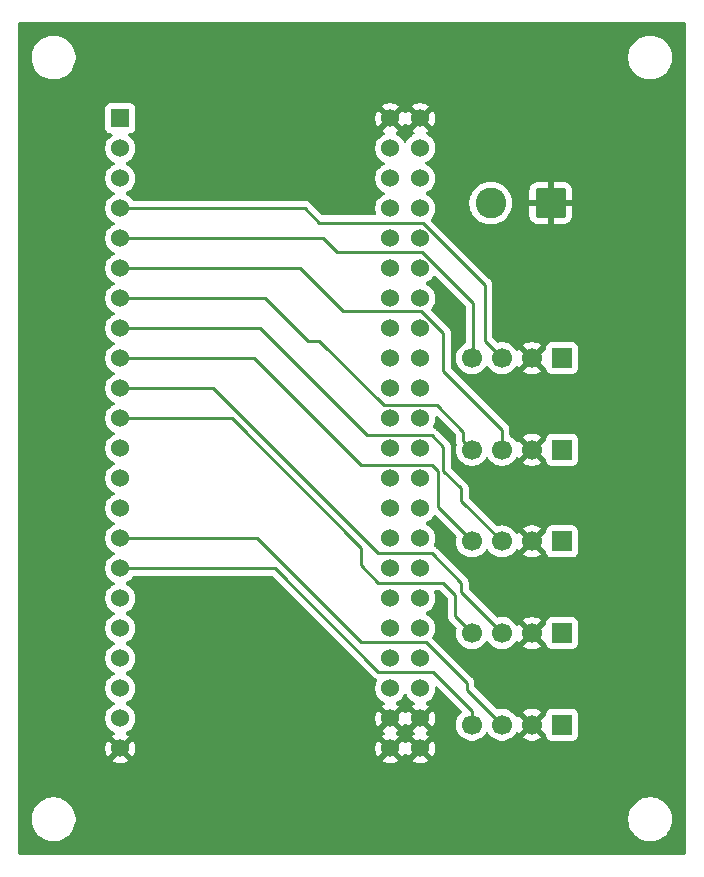
<source format=gbr>
%TF.GenerationSoftware,KiCad,Pcbnew,9.0.2*%
%TF.CreationDate,2025-08-12T13:49:35-04:00*%
%TF.ProjectId,Wireless Communication Board (WCB)V3.2,57697265-6c65-4737-9320-436f6d6d756e,rev?*%
%TF.SameCoordinates,Original*%
%TF.FileFunction,Copper,L2,Bot*%
%TF.FilePolarity,Positive*%
%FSLAX46Y46*%
G04 Gerber Fmt 4.6, Leading zero omitted, Abs format (unit mm)*
G04 Created by KiCad (PCBNEW 9.0.2) date 2025-08-12 13:49:35*
%MOMM*%
%LPD*%
G01*
G04 APERTURE LIST*
G04 Aperture macros list*
%AMRoundRect*
0 Rectangle with rounded corners*
0 $1 Rounding radius*
0 $2 $3 $4 $5 $6 $7 $8 $9 X,Y pos of 4 corners*
0 Add a 4 corners polygon primitive as box body*
4,1,4,$2,$3,$4,$5,$6,$7,$8,$9,$2,$3,0*
0 Add four circle primitives for the rounded corners*
1,1,$1+$1,$2,$3*
1,1,$1+$1,$4,$5*
1,1,$1+$1,$6,$7*
1,1,$1+$1,$8,$9*
0 Add four rect primitives between the rounded corners*
20,1,$1+$1,$2,$3,$4,$5,0*
20,1,$1+$1,$4,$5,$6,$7,0*
20,1,$1+$1,$6,$7,$8,$9,0*
20,1,$1+$1,$8,$9,$2,$3,0*%
G04 Aperture macros list end*
%TA.AperFunction,ComponentPad*%
%ADD10R,1.530000X1.530000*%
%TD*%
%TA.AperFunction,ComponentPad*%
%ADD11C,1.530000*%
%TD*%
%TA.AperFunction,ComponentPad*%
%ADD12R,1.700000X1.700000*%
%TD*%
%TA.AperFunction,ComponentPad*%
%ADD13C,1.700000*%
%TD*%
%TA.AperFunction,ComponentPad*%
%ADD14RoundRect,0.250000X1.050000X1.050000X-1.050000X1.050000X-1.050000X-1.050000X1.050000X-1.050000X0*%
%TD*%
%TA.AperFunction,ComponentPad*%
%ADD15C,2.600000*%
%TD*%
%TA.AperFunction,Conductor*%
%ADD16C,0.250000*%
%TD*%
G04 APERTURE END LIST*
D10*
%TO.P,U1,J1_1,3V3*%
%TO.N,Net-(U1-3V3-PadJ1_1)*%
X145640000Y-64660000D03*
D11*
%TO.P,U1,J1_2,3V3*%
X145640000Y-67200000D03*
%TO.P,U1,J1_3,RST*%
%TO.N,unconnected-(U1-RST-PadJ1_3)*%
X145640000Y-69740000D03*
%TO.P,U1,J1_4,GPIO4*%
%TO.N,S1_TX*%
X145640000Y-72280000D03*
%TO.P,U1,J1_5,GPIO5*%
%TO.N,S1_RX*%
X145640000Y-74820000D03*
%TO.P,U1,J1_6,GPIO6*%
%TO.N,S2_TX*%
X145640000Y-77360000D03*
%TO.P,U1,J1_7,GPIO7*%
%TO.N,S2_RX*%
X145640000Y-79900000D03*
%TO.P,U1,J1_8,GPIO15*%
%TO.N,S3_TX*%
X145640000Y-82440000D03*
%TO.P,U1,J1_9,GPIO16*%
%TO.N,S3_RX*%
X145640000Y-84980000D03*
%TO.P,U1,J1_10,GPIO17*%
%TO.N,S4_TX*%
X145640000Y-87520000D03*
%TO.P,U1,J1_11,GPIO18*%
%TO.N,S4_RX*%
X145640000Y-90060000D03*
%TO.P,U1,J1_12,GPIO8*%
%TO.N,unconnected-(U1-GPIO8-PadJ1_12)*%
X145640000Y-92600000D03*
%TO.P,U1,J1_13,GPIO3*%
%TO.N,unconnected-(U1-GPIO3-PadJ1_13)*%
X145640000Y-95140000D03*
%TO.P,U1,J1_14,GPIO46*%
%TO.N,unconnected-(U1-GPIO46-PadJ1_14)*%
X145640000Y-97680000D03*
%TO.P,U1,J1_15,GPIO9*%
%TO.N,S5_TX*%
X145640000Y-100220000D03*
%TO.P,U1,J1_16,GPIO10*%
%TO.N,S5_RX*%
X145640000Y-102760000D03*
%TO.P,U1,J1_17,GPIO11*%
%TO.N,unconnected-(U1-GPIO11-PadJ1_17)*%
X145640000Y-105300000D03*
%TO.P,U1,J1_18,GPIO12*%
%TO.N,unconnected-(U1-GPIO12-PadJ1_18)*%
X145640000Y-107840000D03*
%TO.P,U1,J1_19,GPIO13*%
%TO.N,unconnected-(U1-GPIO13-PadJ1_19)*%
X145640000Y-110380000D03*
%TO.P,U1,J1_20,GPIO14*%
%TO.N,unconnected-(U1-GPIO14-PadJ1_20)*%
X145640000Y-112920000D03*
%TO.P,U1,J1_21,5V0*%
%TO.N,5V*%
X145640000Y-115460000D03*
%TO.P,U1,J1_22,GND*%
%TO.N,GND*%
X145640000Y-118000000D03*
%TO.P,U1,J3_1,GND*%
X168500000Y-64660000D03*
X171040000Y-64660000D03*
%TO.P,U1,J3_2,U0TXD/GPIO43*%
%TO.N,unconnected-(U1-U0TXD{slash}GPIO43-PadJ3_2)*%
X168500000Y-67200000D03*
X171040000Y-67170000D03*
%TO.P,U1,J3_3,U0RXD/GPIO44*%
%TO.N,unconnected-(U1-U0RXD{slash}GPIO44-PadJ3_3)*%
X168500000Y-69740000D03*
X171040000Y-69740000D03*
%TO.P,U1,J3_4,GPIO1*%
%TO.N,unconnected-(U1-GPIO1-PadJ3_4)*%
X168500000Y-72280000D03*
X171040000Y-72280000D03*
%TO.P,U1,J3_5,GPIO2*%
%TO.N,unconnected-(U1-GPIO2-PadJ3_5)*%
X168500000Y-74820000D03*
X171040000Y-74820000D03*
%TO.P,U1,J3_6,MTMS/GPIO42*%
%TO.N,unconnected-(U1-MTMS{slash}GPIO42-PadJ3_6)*%
X168500000Y-77360000D03*
X171040000Y-77360000D03*
%TO.P,U1,J3_7,MTDI/GPIO41*%
%TO.N,unconnected-(U1-MTDI{slash}GPIO41-PadJ3_7)*%
X168500000Y-79900000D03*
X171040000Y-79900000D03*
%TO.P,U1,J3_8,MTDO/GPIO40*%
%TO.N,unconnected-(U1-MTDO{slash}GPIO40-PadJ3_8)*%
X168500000Y-82440000D03*
X171040000Y-82440000D03*
%TO.P,U1,J3_9,MTCK/GPIO39*%
%TO.N,unconnected-(U1-MTCK{slash}GPIO39-PadJ3_9)*%
X168500000Y-84980000D03*
X171040000Y-84980000D03*
%TO.P,U1,J3_10,GPIO38*%
%TO.N,unconnected-(U1-GPIO38-PadJ3_10)*%
X168500000Y-87520000D03*
X171040000Y-87520000D03*
%TO.P,U1,J3_11,GPIO37*%
%TO.N,unconnected-(U1-GPIO37-PadJ3_11)*%
X168500000Y-90060000D03*
X171040000Y-90060000D03*
%TO.P,U1,J3_12,GPIO36*%
%TO.N,unconnected-(U1-GPIO36-PadJ3_12)*%
X168500000Y-92600000D03*
X171040000Y-92600000D03*
%TO.P,U1,J3_13,GPIO35*%
%TO.N,unconnected-(U1-GPIO35-PadJ3_13)*%
X168500000Y-95140000D03*
X171040000Y-95140000D03*
%TO.P,U1,J3_14,GPIO0*%
%TO.N,unconnected-(U1-GPIO0-PadJ3_14)*%
X168500000Y-97680000D03*
X171040000Y-97680000D03*
%TO.P,U1,J3_15,GPIO45*%
%TO.N,unconnected-(U1-GPIO45-PadJ3_15)*%
X168500000Y-100220000D03*
X171040000Y-100220000D03*
%TO.P,U1,J3_16,GPIO48*%
%TO.N,unconnected-(U1-GPIO48-PadJ3_16)*%
X168500000Y-102760000D03*
X171040000Y-102760000D03*
%TO.P,U1,J3_17,GPIO47*%
%TO.N,unconnected-(U1-GPIO47-PadJ3_17)*%
X168500000Y-105300000D03*
X171040000Y-105300000D03*
%TO.P,U1,J3_18,GPIO21*%
%TO.N,unconnected-(U1-GPIO21-PadJ3_18)*%
X168500000Y-107840000D03*
X171040000Y-107840000D03*
%TO.P,U1,J3_19,USB_D+/GPIO20*%
%TO.N,unconnected-(U1-USB_D+{slash}GPIO20-PadJ3_19)*%
X168500000Y-110380000D03*
X171040000Y-110380000D03*
%TO.P,U1,J3_20,USB_D-/GPIO19*%
%TO.N,unconnected-(U1-USB_D-{slash}GPIO19-PadJ3_20)*%
X168500000Y-112920000D03*
X171040000Y-112920000D03*
%TO.P,U1,J3_21,GND*%
%TO.N,GND*%
X168500000Y-115460000D03*
X171040000Y-115460000D03*
%TO.P,U1,J3_22,GND*%
X168500000Y-118000000D03*
X171040000Y-118000000D03*
%TD*%
D12*
%TO.P,J5,1,Pin_1*%
%TO.N,5V*%
X183040000Y-116000000D03*
D13*
%TO.P,J5,2,Pin_2*%
%TO.N,GND*%
X180500000Y-116000000D03*
%TO.P,J5,3,Pin_3*%
%TO.N,S5_TX*%
X177960000Y-116000000D03*
%TO.P,J5,4,Pin_4*%
%TO.N,S5_RX*%
X175420000Y-116000000D03*
%TD*%
D12*
%TO.P,J2,1,Pin_1*%
%TO.N,5V*%
X183040000Y-92720000D03*
D13*
%TO.P,J2,2,Pin_2*%
%TO.N,GND*%
X180500000Y-92720000D03*
%TO.P,J2,3,Pin_3*%
%TO.N,S2_TX*%
X177960000Y-92720000D03*
%TO.P,J2,4,Pin_4*%
%TO.N,S2_RX*%
X175420000Y-92720000D03*
%TD*%
D14*
%TO.P,J6,1,Pin_1*%
%TO.N,GND*%
X182080000Y-71827500D03*
D15*
%TO.P,J6,2,Pin_2*%
%TO.N,5V*%
X177000000Y-71827500D03*
%TD*%
D12*
%TO.P,J3,1,Pin_1*%
%TO.N,5V*%
X183040000Y-100480000D03*
D13*
%TO.P,J3,2,Pin_2*%
%TO.N,GND*%
X180500000Y-100480000D03*
%TO.P,J3,3,Pin_3*%
%TO.N,S3_TX*%
X177960000Y-100480000D03*
%TO.P,J3,4,Pin_4*%
%TO.N,S3_RX*%
X175420000Y-100480000D03*
%TD*%
D12*
%TO.P,J4,1,Pin_1*%
%TO.N,5V*%
X183040000Y-108240000D03*
D13*
%TO.P,J4,2,Pin_2*%
%TO.N,GND*%
X180500000Y-108240000D03*
%TO.P,J4,3,Pin_3*%
%TO.N,S4_TX*%
X177960000Y-108240000D03*
%TO.P,J4,4,Pin_4*%
%TO.N,S4_RX*%
X175420000Y-108240000D03*
%TD*%
D12*
%TO.P,J1,1,Pin_1*%
%TO.N,5V*%
X183040000Y-84960000D03*
D13*
%TO.P,J1,2,Pin_2*%
%TO.N,GND*%
X180500000Y-84960000D03*
%TO.P,J1,3,Pin_3*%
%TO.N,S1_TX*%
X177960000Y-84960000D03*
%TO.P,J1,4,Pin_4*%
%TO.N,S1_RX*%
X175420000Y-84960000D03*
%TD*%
D16*
%TO.N,S5_RX*%
X172122081Y-111500000D02*
X175420000Y-114797919D01*
X167500000Y-111500000D02*
X172122081Y-111500000D01*
X158760000Y-102760000D02*
X167500000Y-111500000D01*
X145640000Y-102760000D02*
X158760000Y-102760000D01*
X175420000Y-114797919D02*
X175420000Y-116000000D01*
%TO.N,S5_TX*%
X175000000Y-113040000D02*
X177960000Y-116000000D01*
X175000000Y-112500000D02*
X175000000Y-113040000D01*
X166000000Y-109000000D02*
X171500000Y-109000000D01*
X157220000Y-100220000D02*
X166000000Y-109000000D01*
X145640000Y-100220000D02*
X157220000Y-100220000D01*
X171500000Y-109000000D02*
X175000000Y-112500000D01*
%TO.N,S4_TX*%
X174500000Y-104780000D02*
X177960000Y-108240000D01*
X153520000Y-87520000D02*
X167500000Y-101500000D01*
X172000000Y-101500000D02*
X174500000Y-104000000D01*
X145640000Y-87520000D02*
X153520000Y-87520000D01*
X167500000Y-101500000D02*
X172000000Y-101500000D01*
X174500000Y-104000000D02*
X174500000Y-104780000D01*
%TO.N,S4_RX*%
X173000000Y-104000000D02*
X174000000Y-105000000D01*
X174000000Y-106820000D02*
X175420000Y-108240000D01*
X166000000Y-102500000D02*
X167500000Y-104000000D01*
X167500000Y-104000000D02*
X173000000Y-104000000D01*
X155060000Y-90060000D02*
X166000000Y-101000000D01*
X145640000Y-90060000D02*
X155060000Y-90060000D01*
X166000000Y-101000000D02*
X166000000Y-102500000D01*
X174000000Y-105000000D02*
X174000000Y-106820000D01*
%TO.N,S3_RX*%
X172500000Y-97560000D02*
X175420000Y-100480000D01*
X172500000Y-94500000D02*
X172500000Y-97560000D01*
X172000000Y-94000000D02*
X172500000Y-94500000D01*
X166000000Y-94000000D02*
X172000000Y-94000000D01*
%TO.N,S3_TX*%
X173000000Y-94500000D02*
X174500000Y-96000000D01*
X173000000Y-92500000D02*
X173000000Y-94500000D01*
X174500000Y-96000000D02*
X174500000Y-97020000D01*
X172000000Y-91500000D02*
X173000000Y-92500000D01*
X166500000Y-91500000D02*
X172000000Y-91500000D01*
X174500000Y-97020000D02*
X177960000Y-100480000D01*
%TO.N,S2_TX*%
X171133907Y-80991000D02*
X164491000Y-80991000D01*
X173000000Y-82857093D02*
X171133907Y-80991000D01*
X164491000Y-80991000D02*
X160860000Y-77360000D01*
X160860000Y-77360000D02*
X145640000Y-77360000D01*
X173000000Y-86080000D02*
X173000000Y-82857093D01*
X177960000Y-92720000D02*
X177960000Y-91040000D01*
X177960000Y-91040000D02*
X173000000Y-86080000D01*
%TO.N,S2_RX*%
X162500000Y-83500000D02*
X161500000Y-83500000D01*
X167969000Y-88969000D02*
X162500000Y-83500000D01*
X172469000Y-88969000D02*
X167969000Y-88969000D01*
X174690000Y-91990000D02*
X174690000Y-91190000D01*
X175420000Y-92720000D02*
X174690000Y-91990000D01*
X174690000Y-91190000D02*
X172469000Y-88969000D01*
%TO.N,S1_RX*%
X164000000Y-76000000D02*
X162820000Y-74820000D01*
X171222907Y-76000000D02*
X164000000Y-76000000D01*
X175500000Y-80277093D02*
X171222907Y-76000000D01*
X175500000Y-84880000D02*
X175500000Y-80277093D01*
X162820000Y-74820000D02*
X145640000Y-74820000D01*
X175420000Y-84960000D02*
X175500000Y-84880000D01*
%TO.N,S1_TX*%
X161280000Y-72280000D02*
X145640000Y-72280000D01*
X171262907Y-73500000D02*
X162500000Y-73500000D01*
X162500000Y-73500000D02*
X161280000Y-72280000D01*
X176500000Y-78737093D02*
X171262907Y-73500000D01*
X176500000Y-83500000D02*
X176500000Y-78737093D01*
X177960000Y-84960000D02*
X176500000Y-83500000D01*
%TO.N,S2_RX*%
X161500000Y-83500000D02*
X161531000Y-83531000D01*
X157900000Y-79900000D02*
X161500000Y-83500000D01*
X145640000Y-79900000D02*
X157900000Y-79900000D01*
%TO.N,S3_RX*%
X145640000Y-84980000D02*
X156980000Y-84980000D01*
X156980000Y-84980000D02*
X166000000Y-94000000D01*
%TO.N,S3_TX*%
X157440000Y-82440000D02*
X166500000Y-91500000D01*
X145640000Y-82440000D02*
X157440000Y-82440000D01*
%TO.N,S5_RX*%
X174960000Y-115460000D02*
X174960000Y-116000000D01*
%TD*%
%TA.AperFunction,Conductor*%
%TO.N,GND*%
G36*
X170564755Y-115656853D02*
G01*
X170631898Y-115773147D01*
X170726853Y-115868102D01*
X170843147Y-115935245D01*
X170902425Y-115951128D01*
X170339134Y-116514417D01*
X170376999Y-116541928D01*
X170529272Y-116619516D01*
X170580068Y-116667490D01*
X170596863Y-116735311D01*
X170574325Y-116801446D01*
X170529272Y-116840484D01*
X170376996Y-116918073D01*
X170376995Y-116918074D01*
X170339135Y-116945580D01*
X170339135Y-116945581D01*
X170902425Y-117508871D01*
X170843147Y-117524755D01*
X170726853Y-117591898D01*
X170631898Y-117686853D01*
X170564755Y-117803147D01*
X170548871Y-117862425D01*
X169985581Y-117299135D01*
X169985580Y-117299135D01*
X169958074Y-117336995D01*
X169958073Y-117336996D01*
X169880484Y-117489272D01*
X169832510Y-117540068D01*
X169764689Y-117556863D01*
X169698554Y-117534325D01*
X169659516Y-117489272D01*
X169581928Y-117336999D01*
X169554417Y-117299135D01*
X169554417Y-117299134D01*
X168991128Y-117862424D01*
X168975245Y-117803147D01*
X168908102Y-117686853D01*
X168813147Y-117591898D01*
X168696853Y-117524755D01*
X168637574Y-117508871D01*
X169200864Y-116945581D01*
X169200863Y-116945580D01*
X169163008Y-116918077D01*
X169010727Y-116840485D01*
X168959931Y-116792510D01*
X168943136Y-116724689D01*
X168965674Y-116658554D01*
X169010727Y-116619515D01*
X169163005Y-116541924D01*
X169200863Y-116514418D01*
X169200863Y-116514417D01*
X168637574Y-115951128D01*
X168696853Y-115935245D01*
X168813147Y-115868102D01*
X168908102Y-115773147D01*
X168975245Y-115656853D01*
X168991128Y-115597574D01*
X169554417Y-116160863D01*
X169554418Y-116160863D01*
X169581924Y-116123005D01*
X169659515Y-115970727D01*
X169707490Y-115919931D01*
X169775311Y-115903136D01*
X169841446Y-115925674D01*
X169880485Y-115970727D01*
X169958077Y-116123008D01*
X169985580Y-116160863D01*
X169985581Y-116160864D01*
X170548871Y-115597574D01*
X170564755Y-115656853D01*
G37*
%TD.AperFunction*%
%TA.AperFunction,Conductor*%
G36*
X169841446Y-113386773D02*
G01*
X169880485Y-113431827D01*
X169957647Y-113583266D01*
X170074731Y-113744418D01*
X170215582Y-113885269D01*
X170376734Y-114002353D01*
X170466909Y-114048299D01*
X170528722Y-114079795D01*
X170579518Y-114127770D01*
X170596313Y-114195591D01*
X170573776Y-114261726D01*
X170528723Y-114300764D01*
X170376993Y-114378075D01*
X170339135Y-114405580D01*
X170339135Y-114405581D01*
X170902425Y-114968871D01*
X170843147Y-114984755D01*
X170726853Y-115051898D01*
X170631898Y-115146853D01*
X170564755Y-115263147D01*
X170548871Y-115322425D01*
X169985581Y-114759135D01*
X169985580Y-114759135D01*
X169958074Y-114796995D01*
X169958073Y-114796996D01*
X169880484Y-114949272D01*
X169832510Y-115000068D01*
X169764689Y-115016863D01*
X169698554Y-114994325D01*
X169659516Y-114949272D01*
X169581928Y-114796999D01*
X169554417Y-114759135D01*
X169554417Y-114759134D01*
X168991128Y-115322424D01*
X168975245Y-115263147D01*
X168908102Y-115146853D01*
X168813147Y-115051898D01*
X168696853Y-114984755D01*
X168637574Y-114968871D01*
X169200864Y-114405581D01*
X169200863Y-114405580D01*
X169163008Y-114378077D01*
X169011277Y-114300765D01*
X168960481Y-114252790D01*
X168943686Y-114184969D01*
X168966224Y-114118834D01*
X169011277Y-114079795D01*
X169011827Y-114079515D01*
X169163266Y-114002353D01*
X169324418Y-113885269D01*
X169465269Y-113744418D01*
X169582353Y-113583266D01*
X169659515Y-113431827D01*
X169707490Y-113381031D01*
X169775311Y-113364236D01*
X169841446Y-113386773D01*
G37*
%TD.AperFunction*%
%TA.AperFunction,Conductor*%
G36*
X170564755Y-64856853D02*
G01*
X170631898Y-64973147D01*
X170726853Y-65068102D01*
X170843147Y-65135245D01*
X170902425Y-65151128D01*
X170339134Y-65714417D01*
X170376994Y-65741924D01*
X170499283Y-65804234D01*
X170550079Y-65852209D01*
X170566874Y-65920030D01*
X170544337Y-65986165D01*
X170499284Y-66025203D01*
X170376736Y-66087645D01*
X170317478Y-66130699D01*
X170215582Y-66204731D01*
X170215580Y-66204733D01*
X170215579Y-66204733D01*
X170074733Y-66345579D01*
X170074733Y-66345580D01*
X170074731Y-66345582D01*
X170052937Y-66375579D01*
X169957647Y-66506733D01*
X169872842Y-66673172D01*
X169824867Y-66723968D01*
X169757046Y-66740763D01*
X169690911Y-66718225D01*
X169651872Y-66673172D01*
X169582352Y-66536733D01*
X169465269Y-66375582D01*
X169324418Y-66234731D01*
X169163266Y-66117647D01*
X169104384Y-66087645D01*
X169011277Y-66040204D01*
X168960481Y-65992229D01*
X168943686Y-65924408D01*
X168966224Y-65858273D01*
X169011277Y-65819234D01*
X169163005Y-65741924D01*
X169200863Y-65714418D01*
X169200863Y-65714417D01*
X168637574Y-65151128D01*
X168696853Y-65135245D01*
X168813147Y-65068102D01*
X168908102Y-64973147D01*
X168975245Y-64856853D01*
X168991128Y-64797574D01*
X169554417Y-65360863D01*
X169554418Y-65360863D01*
X169581924Y-65323005D01*
X169659515Y-65170727D01*
X169707490Y-65119931D01*
X169775311Y-65103136D01*
X169841446Y-65125674D01*
X169880485Y-65170727D01*
X169958077Y-65323008D01*
X169985580Y-65360863D01*
X169985581Y-65360864D01*
X170548871Y-64797574D01*
X170564755Y-64856853D01*
G37*
%TD.AperFunction*%
%TA.AperFunction,Conductor*%
G36*
X193442539Y-56520185D02*
G01*
X193488294Y-56572989D01*
X193499500Y-56624500D01*
X193499500Y-126875500D01*
X193479815Y-126942539D01*
X193427011Y-126988294D01*
X193375500Y-126999500D01*
X137124500Y-126999500D01*
X137057461Y-126979815D01*
X137011706Y-126927011D01*
X137000500Y-126875500D01*
X137000500Y-123878711D01*
X138149500Y-123878711D01*
X138149500Y-124121288D01*
X138181161Y-124361785D01*
X138243947Y-124596104D01*
X138336773Y-124820205D01*
X138336776Y-124820212D01*
X138458064Y-125030289D01*
X138458066Y-125030292D01*
X138458067Y-125030293D01*
X138605733Y-125222736D01*
X138605739Y-125222743D01*
X138777256Y-125394260D01*
X138777262Y-125394265D01*
X138969711Y-125541936D01*
X139179788Y-125663224D01*
X139403900Y-125756054D01*
X139638211Y-125818838D01*
X139818586Y-125842584D01*
X139878711Y-125850500D01*
X139878712Y-125850500D01*
X140121289Y-125850500D01*
X140169388Y-125844167D01*
X140361789Y-125818838D01*
X140596100Y-125756054D01*
X140820212Y-125663224D01*
X141030289Y-125541936D01*
X141222738Y-125394265D01*
X141394265Y-125222738D01*
X141541936Y-125030289D01*
X141663224Y-124820212D01*
X141756054Y-124596100D01*
X141818838Y-124361789D01*
X141850500Y-124121288D01*
X141850500Y-123878712D01*
X141850500Y-123878711D01*
X188649500Y-123878711D01*
X188649500Y-124121288D01*
X188681161Y-124361785D01*
X188743947Y-124596104D01*
X188836773Y-124820205D01*
X188836776Y-124820212D01*
X188958064Y-125030289D01*
X188958066Y-125030292D01*
X188958067Y-125030293D01*
X189105733Y-125222736D01*
X189105739Y-125222743D01*
X189277256Y-125394260D01*
X189277262Y-125394265D01*
X189469711Y-125541936D01*
X189679788Y-125663224D01*
X189903900Y-125756054D01*
X190138211Y-125818838D01*
X190318586Y-125842584D01*
X190378711Y-125850500D01*
X190378712Y-125850500D01*
X190621289Y-125850500D01*
X190669388Y-125844167D01*
X190861789Y-125818838D01*
X191096100Y-125756054D01*
X191320212Y-125663224D01*
X191530289Y-125541936D01*
X191722738Y-125394265D01*
X191894265Y-125222738D01*
X192041936Y-125030289D01*
X192163224Y-124820212D01*
X192256054Y-124596100D01*
X192318838Y-124361789D01*
X192350500Y-124121288D01*
X192350500Y-123878712D01*
X192318838Y-123638211D01*
X192256054Y-123403900D01*
X192163224Y-123179788D01*
X192041936Y-122969711D01*
X191894265Y-122777262D01*
X191894260Y-122777256D01*
X191722743Y-122605739D01*
X191722736Y-122605733D01*
X191530293Y-122458067D01*
X191530292Y-122458066D01*
X191530289Y-122458064D01*
X191320212Y-122336776D01*
X191320205Y-122336773D01*
X191096104Y-122243947D01*
X190861785Y-122181161D01*
X190621289Y-122149500D01*
X190621288Y-122149500D01*
X190378712Y-122149500D01*
X190378711Y-122149500D01*
X190138214Y-122181161D01*
X189903895Y-122243947D01*
X189679794Y-122336773D01*
X189679785Y-122336777D01*
X189469706Y-122458067D01*
X189277263Y-122605733D01*
X189277256Y-122605739D01*
X189105739Y-122777256D01*
X189105733Y-122777263D01*
X188958067Y-122969706D01*
X188836777Y-123179785D01*
X188836773Y-123179794D01*
X188743947Y-123403895D01*
X188681161Y-123638214D01*
X188649500Y-123878711D01*
X141850500Y-123878711D01*
X141818838Y-123638211D01*
X141756054Y-123403900D01*
X141663224Y-123179788D01*
X141541936Y-122969711D01*
X141394265Y-122777262D01*
X141394260Y-122777256D01*
X141222743Y-122605739D01*
X141222736Y-122605733D01*
X141030293Y-122458067D01*
X141030292Y-122458066D01*
X141030289Y-122458064D01*
X140820212Y-122336776D01*
X140820205Y-122336773D01*
X140596104Y-122243947D01*
X140361785Y-122181161D01*
X140121289Y-122149500D01*
X140121288Y-122149500D01*
X139878712Y-122149500D01*
X139878711Y-122149500D01*
X139638214Y-122181161D01*
X139403895Y-122243947D01*
X139179794Y-122336773D01*
X139179785Y-122336777D01*
X138969706Y-122458067D01*
X138777263Y-122605733D01*
X138777256Y-122605739D01*
X138605739Y-122777256D01*
X138605733Y-122777263D01*
X138458067Y-122969706D01*
X138336777Y-123179785D01*
X138336773Y-123179794D01*
X138243947Y-123403895D01*
X138181161Y-123638214D01*
X138149500Y-123878711D01*
X137000500Y-123878711D01*
X137000500Y-63847135D01*
X144374500Y-63847135D01*
X144374500Y-65472870D01*
X144374501Y-65472876D01*
X144380908Y-65532483D01*
X144431202Y-65667328D01*
X144431206Y-65667335D01*
X144517452Y-65782544D01*
X144517455Y-65782547D01*
X144632664Y-65868793D01*
X144632671Y-65868797D01*
X144767517Y-65919091D01*
X144767516Y-65919091D01*
X144774444Y-65919835D01*
X144827127Y-65925500D01*
X144859568Y-65925499D01*
X144926605Y-65945182D01*
X144972361Y-65997984D01*
X144982306Y-66067143D01*
X144953283Y-66130699D01*
X144932455Y-66149816D01*
X144815582Y-66234730D01*
X144674733Y-66375579D01*
X144674733Y-66375580D01*
X144674731Y-66375582D01*
X144624447Y-66444790D01*
X144557647Y-66536733D01*
X144467213Y-66714219D01*
X144405661Y-66903656D01*
X144405661Y-66903659D01*
X144374500Y-67100403D01*
X144374500Y-67299596D01*
X144405661Y-67496340D01*
X144405661Y-67496343D01*
X144467213Y-67685780D01*
X144542359Y-67833261D01*
X144557647Y-67863266D01*
X144674731Y-68024418D01*
X144815582Y-68165269D01*
X144976734Y-68282353D01*
X145046453Y-68317877D01*
X145128172Y-68359515D01*
X145178968Y-68407490D01*
X145195763Y-68475311D01*
X145173225Y-68541446D01*
X145128172Y-68580485D01*
X144976733Y-68657647D01*
X144884790Y-68724447D01*
X144815582Y-68774731D01*
X144815580Y-68774733D01*
X144815579Y-68774733D01*
X144674733Y-68915579D01*
X144674733Y-68915580D01*
X144674731Y-68915582D01*
X144624447Y-68984790D01*
X144557647Y-69076733D01*
X144467213Y-69254219D01*
X144405661Y-69443656D01*
X144405661Y-69443659D01*
X144374500Y-69640403D01*
X144374500Y-69839596D01*
X144405661Y-70036340D01*
X144405661Y-70036343D01*
X144467213Y-70225780D01*
X144518903Y-70327227D01*
X144557647Y-70403266D01*
X144674731Y-70564418D01*
X144815582Y-70705269D01*
X144976734Y-70822353D01*
X145046453Y-70857877D01*
X145128172Y-70899515D01*
X145178968Y-70947490D01*
X145195763Y-71015311D01*
X145173225Y-71081446D01*
X145128172Y-71120485D01*
X144976733Y-71197647D01*
X144902642Y-71251478D01*
X144815582Y-71314731D01*
X144815580Y-71314733D01*
X144815579Y-71314733D01*
X144674733Y-71455579D01*
X144674733Y-71455580D01*
X144674731Y-71455582D01*
X144660270Y-71475486D01*
X144557647Y-71616733D01*
X144467213Y-71794219D01*
X144405661Y-71983656D01*
X144405661Y-71983659D01*
X144374500Y-72180403D01*
X144374500Y-72379596D01*
X144405661Y-72576340D01*
X144405661Y-72576343D01*
X144467213Y-72765780D01*
X144505976Y-72841856D01*
X144557647Y-72943266D01*
X144674731Y-73104418D01*
X144815582Y-73245269D01*
X144976734Y-73362353D01*
X145046453Y-73397877D01*
X145128172Y-73439515D01*
X145178968Y-73487490D01*
X145195763Y-73555311D01*
X145173225Y-73621446D01*
X145128172Y-73660485D01*
X144976733Y-73737647D01*
X144884790Y-73804447D01*
X144815582Y-73854731D01*
X144815580Y-73854733D01*
X144815579Y-73854733D01*
X144674733Y-73995579D01*
X144674733Y-73995580D01*
X144674731Y-73995582D01*
X144639450Y-74044142D01*
X144557647Y-74156733D01*
X144467213Y-74334219D01*
X144405661Y-74523656D01*
X144405661Y-74523659D01*
X144374500Y-74720403D01*
X144374500Y-74919596D01*
X144405661Y-75116340D01*
X144405661Y-75116343D01*
X144467213Y-75305780D01*
X144528499Y-75426060D01*
X144557647Y-75483266D01*
X144674731Y-75644418D01*
X144815582Y-75785269D01*
X144976734Y-75902353D01*
X145046453Y-75937877D01*
X145128172Y-75979515D01*
X145178968Y-76027490D01*
X145195763Y-76095311D01*
X145173225Y-76161446D01*
X145128172Y-76200485D01*
X144976733Y-76277647D01*
X144884790Y-76344447D01*
X144815582Y-76394731D01*
X144815580Y-76394733D01*
X144815579Y-76394733D01*
X144674733Y-76535579D01*
X144674733Y-76535580D01*
X144674731Y-76535582D01*
X144661123Y-76554312D01*
X144557647Y-76696733D01*
X144467213Y-76874219D01*
X144405661Y-77063656D01*
X144405661Y-77063659D01*
X144374500Y-77260403D01*
X144374500Y-77459596D01*
X144405661Y-77656340D01*
X144405661Y-77656343D01*
X144467213Y-77845780D01*
X144528499Y-77966060D01*
X144557647Y-78023266D01*
X144674731Y-78184418D01*
X144815582Y-78325269D01*
X144976734Y-78442353D01*
X145046453Y-78477877D01*
X145128172Y-78519515D01*
X145178968Y-78567490D01*
X145195763Y-78635311D01*
X145173225Y-78701446D01*
X145128172Y-78740485D01*
X144976733Y-78817647D01*
X144884790Y-78884447D01*
X144815582Y-78934731D01*
X144815580Y-78934733D01*
X144815579Y-78934733D01*
X144674733Y-79075579D01*
X144674733Y-79075580D01*
X144674731Y-79075582D01*
X144624447Y-79144790D01*
X144557647Y-79236733D01*
X144467213Y-79414219D01*
X144405661Y-79603656D01*
X144405661Y-79603659D01*
X144374500Y-79800403D01*
X144374500Y-79999596D01*
X144405661Y-80196340D01*
X144405661Y-80196343D01*
X144467213Y-80385780D01*
X144548434Y-80545185D01*
X144557647Y-80563266D01*
X144674731Y-80724418D01*
X144815582Y-80865269D01*
X144976734Y-80982353D01*
X145046453Y-81017877D01*
X145128172Y-81059515D01*
X145178968Y-81107490D01*
X145195763Y-81175311D01*
X145173225Y-81241446D01*
X145128172Y-81280485D01*
X144976733Y-81357647D01*
X144884790Y-81424447D01*
X144815582Y-81474731D01*
X144815580Y-81474733D01*
X144815579Y-81474733D01*
X144674733Y-81615579D01*
X144674733Y-81615580D01*
X144674731Y-81615582D01*
X144659762Y-81636185D01*
X144557647Y-81776733D01*
X144467213Y-81954219D01*
X144405661Y-82143656D01*
X144405661Y-82143659D01*
X144374500Y-82340403D01*
X144374500Y-82539596D01*
X144405661Y-82736340D01*
X144405661Y-82736343D01*
X144467213Y-82925780D01*
X144528499Y-83046060D01*
X144557647Y-83103266D01*
X144674731Y-83264418D01*
X144815582Y-83405269D01*
X144976734Y-83522353D01*
X145046453Y-83557877D01*
X145128172Y-83599515D01*
X145178968Y-83647490D01*
X145195763Y-83715311D01*
X145173225Y-83781446D01*
X145128172Y-83820485D01*
X144976733Y-83897647D01*
X144932355Y-83929890D01*
X144815582Y-84014731D01*
X144815580Y-84014733D01*
X144815579Y-84014733D01*
X144674733Y-84155579D01*
X144674733Y-84155580D01*
X144674731Y-84155582D01*
X144671252Y-84160371D01*
X144557647Y-84316733D01*
X144467213Y-84494219D01*
X144405661Y-84683656D01*
X144405661Y-84683659D01*
X144374500Y-84880403D01*
X144374500Y-85079596D01*
X144405661Y-85276340D01*
X144405661Y-85276343D01*
X144467213Y-85465780D01*
X144530971Y-85590911D01*
X144557647Y-85643266D01*
X144674731Y-85804418D01*
X144815582Y-85945269D01*
X144976734Y-86062353D01*
X145046453Y-86097877D01*
X145128172Y-86139515D01*
X145178968Y-86187490D01*
X145195763Y-86255311D01*
X145173225Y-86321446D01*
X145128172Y-86360485D01*
X144976733Y-86437647D01*
X144920184Y-86478733D01*
X144815582Y-86554731D01*
X144815580Y-86554733D01*
X144815579Y-86554733D01*
X144674733Y-86695579D01*
X144674733Y-86695580D01*
X144674731Y-86695582D01*
X144624447Y-86764790D01*
X144557647Y-86856733D01*
X144467213Y-87034219D01*
X144405661Y-87223656D01*
X144405661Y-87223659D01*
X144374500Y-87420403D01*
X144374500Y-87619596D01*
X144405661Y-87816340D01*
X144405661Y-87816343D01*
X144467213Y-88005780D01*
X144467215Y-88005783D01*
X144557647Y-88183266D01*
X144674731Y-88344418D01*
X144815582Y-88485269D01*
X144976734Y-88602353D01*
X145046453Y-88637877D01*
X145128172Y-88679515D01*
X145178968Y-88727490D01*
X145195763Y-88795311D01*
X145173225Y-88861446D01*
X145128172Y-88900485D01*
X144976733Y-88977647D01*
X144884790Y-89044447D01*
X144815582Y-89094731D01*
X144815580Y-89094733D01*
X144815579Y-89094733D01*
X144674733Y-89235579D01*
X144674733Y-89235580D01*
X144674731Y-89235582D01*
X144649413Y-89270429D01*
X144557647Y-89396733D01*
X144467213Y-89574219D01*
X144405661Y-89763656D01*
X144405661Y-89763659D01*
X144374500Y-89960403D01*
X144374500Y-90159596D01*
X144405661Y-90356340D01*
X144405661Y-90356343D01*
X144467213Y-90545780D01*
X144471474Y-90554142D01*
X144557647Y-90723266D01*
X144674731Y-90884418D01*
X144815582Y-91025269D01*
X144976734Y-91142353D01*
X145046453Y-91177877D01*
X145128172Y-91219515D01*
X145178968Y-91267490D01*
X145195763Y-91335311D01*
X145173225Y-91401446D01*
X145128172Y-91440485D01*
X144976733Y-91517647D01*
X144911042Y-91565375D01*
X144815582Y-91634731D01*
X144815580Y-91634733D01*
X144815579Y-91634733D01*
X144674733Y-91775579D01*
X144674733Y-91775580D01*
X144674731Y-91775582D01*
X144640922Y-91822116D01*
X144557647Y-91936733D01*
X144467213Y-92114219D01*
X144405661Y-92303656D01*
X144405661Y-92303659D01*
X144374500Y-92500403D01*
X144374500Y-92699596D01*
X144405661Y-92896340D01*
X144405661Y-92896343D01*
X144467213Y-93085780D01*
X144518240Y-93185925D01*
X144557647Y-93263266D01*
X144674731Y-93424418D01*
X144815582Y-93565269D01*
X144976734Y-93682353D01*
X145012016Y-93700330D01*
X145128172Y-93759515D01*
X145178968Y-93807490D01*
X145195763Y-93875311D01*
X145173225Y-93941446D01*
X145128172Y-93980485D01*
X144976733Y-94057647D01*
X144959043Y-94070500D01*
X144815582Y-94174731D01*
X144815580Y-94174733D01*
X144815579Y-94174733D01*
X144674733Y-94315579D01*
X144674733Y-94315580D01*
X144674731Y-94315582D01*
X144624447Y-94384790D01*
X144557647Y-94476733D01*
X144467213Y-94654219D01*
X144405661Y-94843656D01*
X144405661Y-94843659D01*
X144374500Y-95040403D01*
X144374500Y-95239596D01*
X144405661Y-95436340D01*
X144405661Y-95436343D01*
X144467213Y-95625780D01*
X144506919Y-95703707D01*
X144557647Y-95803266D01*
X144674731Y-95964418D01*
X144815582Y-96105269D01*
X144976734Y-96222353D01*
X145046453Y-96257877D01*
X145128172Y-96299515D01*
X145178968Y-96347490D01*
X145195763Y-96415311D01*
X145173225Y-96481446D01*
X145128172Y-96520485D01*
X144976733Y-96597647D01*
X144884790Y-96664447D01*
X144815582Y-96714731D01*
X144815580Y-96714733D01*
X144815579Y-96714733D01*
X144674733Y-96855579D01*
X144674733Y-96855580D01*
X144674731Y-96855582D01*
X144624447Y-96924790D01*
X144557647Y-97016733D01*
X144467213Y-97194219D01*
X144405661Y-97383656D01*
X144405661Y-97383659D01*
X144374500Y-97580403D01*
X144374500Y-97779596D01*
X144405661Y-97976340D01*
X144405661Y-97976343D01*
X144467213Y-98165780D01*
X144515979Y-98261488D01*
X144557647Y-98343266D01*
X144674731Y-98504418D01*
X144815582Y-98645269D01*
X144976734Y-98762353D01*
X145046453Y-98797877D01*
X145128172Y-98839515D01*
X145178968Y-98887490D01*
X145195763Y-98955311D01*
X145173225Y-99021446D01*
X145128172Y-99060485D01*
X144976733Y-99137647D01*
X144932457Y-99169816D01*
X144815582Y-99254731D01*
X144815580Y-99254733D01*
X144815579Y-99254733D01*
X144674733Y-99395579D01*
X144674733Y-99395580D01*
X144674731Y-99395582D01*
X144624447Y-99464790D01*
X144557647Y-99556733D01*
X144467213Y-99734219D01*
X144405661Y-99923656D01*
X144405661Y-99923659D01*
X144374500Y-100120403D01*
X144374500Y-100319596D01*
X144405661Y-100516340D01*
X144405661Y-100516343D01*
X144467213Y-100705780D01*
X144554128Y-100876359D01*
X144557647Y-100883266D01*
X144674731Y-101044418D01*
X144815582Y-101185269D01*
X144976734Y-101302353D01*
X145046453Y-101337877D01*
X145128172Y-101379515D01*
X145178968Y-101427490D01*
X145195763Y-101495311D01*
X145173225Y-101561446D01*
X145128172Y-101600485D01*
X144976733Y-101677647D01*
X144903169Y-101731095D01*
X144815582Y-101794731D01*
X144815580Y-101794733D01*
X144815579Y-101794733D01*
X144674733Y-101935579D01*
X144674733Y-101935580D01*
X144674731Y-101935582D01*
X144639450Y-101984142D01*
X144557647Y-102096733D01*
X144467213Y-102274219D01*
X144405661Y-102463656D01*
X144405661Y-102463659D01*
X144376660Y-102646766D01*
X144374500Y-102660403D01*
X144374500Y-102859597D01*
X144380698Y-102898731D01*
X144405661Y-103056340D01*
X144405661Y-103056343D01*
X144467213Y-103245780D01*
X144538404Y-103385500D01*
X144557647Y-103423266D01*
X144674731Y-103584418D01*
X144815582Y-103725269D01*
X144976734Y-103842353D01*
X145046453Y-103877877D01*
X145128172Y-103919515D01*
X145178968Y-103967490D01*
X145195763Y-104035311D01*
X145173225Y-104101446D01*
X145128172Y-104140485D01*
X144976733Y-104217647D01*
X144884790Y-104284447D01*
X144815582Y-104334731D01*
X144815580Y-104334733D01*
X144815579Y-104334733D01*
X144674733Y-104475579D01*
X144674733Y-104475580D01*
X144674731Y-104475582D01*
X144659965Y-104495906D01*
X144557647Y-104636733D01*
X144467213Y-104814219D01*
X144405661Y-105003656D01*
X144405661Y-105003659D01*
X144374500Y-105200403D01*
X144374500Y-105399596D01*
X144405661Y-105596340D01*
X144405661Y-105596343D01*
X144467213Y-105785780D01*
X144480485Y-105811827D01*
X144557647Y-105963266D01*
X144674731Y-106124418D01*
X144815582Y-106265269D01*
X144976734Y-106382353D01*
X145046453Y-106417877D01*
X145128172Y-106459515D01*
X145178968Y-106507490D01*
X145195763Y-106575311D01*
X145173225Y-106641446D01*
X145128172Y-106680485D01*
X144976733Y-106757647D01*
X144906281Y-106808834D01*
X144815582Y-106874731D01*
X144815580Y-106874733D01*
X144815579Y-106874733D01*
X144674733Y-107015579D01*
X144674733Y-107015580D01*
X144674731Y-107015582D01*
X144662473Y-107032454D01*
X144557647Y-107176733D01*
X144467213Y-107354219D01*
X144405661Y-107543656D01*
X144405661Y-107543659D01*
X144374500Y-107740403D01*
X144374500Y-107939596D01*
X144405661Y-108136340D01*
X144405661Y-108136343D01*
X144467213Y-108325780D01*
X144521841Y-108432993D01*
X144557647Y-108503266D01*
X144674731Y-108664418D01*
X144815582Y-108805269D01*
X144976734Y-108922353D01*
X145008444Y-108938510D01*
X145128172Y-108999515D01*
X145178968Y-109047490D01*
X145195763Y-109115311D01*
X145173225Y-109181446D01*
X145128172Y-109220485D01*
X144976733Y-109297647D01*
X144928990Y-109332335D01*
X144815582Y-109414731D01*
X144815580Y-109414733D01*
X144815579Y-109414733D01*
X144674733Y-109555579D01*
X144674733Y-109555580D01*
X144674731Y-109555582D01*
X144649362Y-109590500D01*
X144557647Y-109716733D01*
X144467213Y-109894219D01*
X144405661Y-110083656D01*
X144405661Y-110083659D01*
X144374500Y-110280403D01*
X144374500Y-110479596D01*
X144405661Y-110676340D01*
X144405661Y-110676343D01*
X144467213Y-110865780D01*
X144525368Y-110979915D01*
X144557647Y-111043266D01*
X144674731Y-111204418D01*
X144815582Y-111345269D01*
X144976734Y-111462353D01*
X145046453Y-111497877D01*
X145128172Y-111539515D01*
X145178968Y-111587490D01*
X145195763Y-111655311D01*
X145173225Y-111721446D01*
X145128172Y-111760485D01*
X144976733Y-111837647D01*
X144884790Y-111904447D01*
X144815582Y-111954731D01*
X144815580Y-111954733D01*
X144815579Y-111954733D01*
X144674733Y-112095579D01*
X144674733Y-112095580D01*
X144674731Y-112095582D01*
X144635819Y-112149140D01*
X144557647Y-112256733D01*
X144467213Y-112434219D01*
X144405661Y-112623656D01*
X144405661Y-112623659D01*
X144374500Y-112820403D01*
X144374500Y-113019596D01*
X144405661Y-113216340D01*
X144405661Y-113216343D01*
X144467213Y-113405780D01*
X144467215Y-113405783D01*
X144557647Y-113583266D01*
X144674731Y-113744418D01*
X144815582Y-113885269D01*
X144976734Y-114002353D01*
X145046453Y-114037877D01*
X145128172Y-114079515D01*
X145178968Y-114127490D01*
X145195763Y-114195311D01*
X145173225Y-114261446D01*
X145128172Y-114300485D01*
X144976733Y-114377647D01*
X144938286Y-114405581D01*
X144815582Y-114494731D01*
X144815580Y-114494733D01*
X144815579Y-114494733D01*
X144674733Y-114635579D01*
X144674733Y-114635580D01*
X144674731Y-114635582D01*
X144640104Y-114683242D01*
X144557647Y-114796733D01*
X144467213Y-114974219D01*
X144405661Y-115163656D01*
X144405661Y-115163659D01*
X144374500Y-115360403D01*
X144374500Y-115559596D01*
X144405661Y-115756340D01*
X144405661Y-115756343D01*
X144467213Y-115945780D01*
X144494839Y-115999999D01*
X144557647Y-116123266D01*
X144674731Y-116284418D01*
X144815582Y-116425269D01*
X144976734Y-116542353D01*
X145066909Y-116588299D01*
X145128722Y-116619795D01*
X145179518Y-116667770D01*
X145196313Y-116735591D01*
X145173776Y-116801726D01*
X145128723Y-116840764D01*
X144976993Y-116918075D01*
X144939135Y-116945580D01*
X144939135Y-116945581D01*
X145502425Y-117508871D01*
X145443147Y-117524755D01*
X145326853Y-117591898D01*
X145231898Y-117686853D01*
X145164755Y-117803147D01*
X145148871Y-117862425D01*
X144585581Y-117299135D01*
X144585580Y-117299135D01*
X144558077Y-117336990D01*
X144467679Y-117514405D01*
X144406147Y-117703777D01*
X144375000Y-117900436D01*
X144375000Y-118099563D01*
X144406147Y-118296222D01*
X144467679Y-118485594D01*
X144558077Y-118663008D01*
X144585580Y-118700863D01*
X144585581Y-118700864D01*
X145148871Y-118137574D01*
X145164755Y-118196853D01*
X145231898Y-118313147D01*
X145326853Y-118408102D01*
X145443147Y-118475245D01*
X145502425Y-118491128D01*
X144939134Y-119054417D01*
X144976994Y-119081924D01*
X145154405Y-119172320D01*
X145343777Y-119233852D01*
X145540437Y-119265000D01*
X145739563Y-119265000D01*
X145936222Y-119233852D01*
X146125594Y-119172320D01*
X146303005Y-119081924D01*
X146340863Y-119054418D01*
X146340863Y-119054417D01*
X145777574Y-118491128D01*
X145836853Y-118475245D01*
X145953147Y-118408102D01*
X146048102Y-118313147D01*
X146115245Y-118196853D01*
X146131128Y-118137574D01*
X146694417Y-118700863D01*
X146694418Y-118700863D01*
X146721924Y-118663005D01*
X146812320Y-118485594D01*
X146873852Y-118296222D01*
X146905000Y-118099563D01*
X146905000Y-117900436D01*
X146873852Y-117703777D01*
X146812320Y-117514405D01*
X146721924Y-117336994D01*
X146694417Y-117299135D01*
X146694417Y-117299134D01*
X146131128Y-117862424D01*
X146115245Y-117803147D01*
X146048102Y-117686853D01*
X145953147Y-117591898D01*
X145836853Y-117524755D01*
X145777574Y-117508871D01*
X146340864Y-116945581D01*
X146340863Y-116945580D01*
X146303008Y-116918077D01*
X146151277Y-116840765D01*
X146100481Y-116792790D01*
X146083686Y-116724969D01*
X146106224Y-116658834D01*
X146151277Y-116619795D01*
X146151827Y-116619515D01*
X146303266Y-116542353D01*
X146464418Y-116425269D01*
X146605269Y-116284418D01*
X146722353Y-116123266D01*
X146812785Y-115945783D01*
X146874339Y-115756339D01*
X146905500Y-115559597D01*
X146905500Y-115360403D01*
X146874339Y-115163661D01*
X146874338Y-115163657D01*
X146874338Y-115163656D01*
X146812786Y-114974219D01*
X146778877Y-114907669D01*
X146722353Y-114796734D01*
X146605269Y-114635582D01*
X146464418Y-114494731D01*
X146303266Y-114377647D01*
X146151827Y-114300485D01*
X146101031Y-114252510D01*
X146084236Y-114184689D01*
X146106773Y-114118554D01*
X146151827Y-114079515D01*
X146161116Y-114074781D01*
X146303266Y-114002353D01*
X146464418Y-113885269D01*
X146605269Y-113744418D01*
X146722353Y-113583266D01*
X146812785Y-113405783D01*
X146820827Y-113381031D01*
X146874338Y-113216343D01*
X146874338Y-113216342D01*
X146874339Y-113216339D01*
X146905500Y-113019597D01*
X146905500Y-112820403D01*
X146874339Y-112623661D01*
X146874338Y-112623657D01*
X146874338Y-112623656D01*
X146812786Y-112434219D01*
X146812784Y-112434216D01*
X146722353Y-112256734D01*
X146605269Y-112095582D01*
X146464418Y-111954731D01*
X146303266Y-111837647D01*
X146151827Y-111760485D01*
X146101031Y-111712510D01*
X146084236Y-111644689D01*
X146106773Y-111578554D01*
X146151827Y-111539515D01*
X146161116Y-111534781D01*
X146303266Y-111462353D01*
X146464418Y-111345269D01*
X146605269Y-111204418D01*
X146722353Y-111043266D01*
X146812785Y-110865783D01*
X146874339Y-110676339D01*
X146905500Y-110479597D01*
X146905500Y-110280403D01*
X146874339Y-110083661D01*
X146874338Y-110083657D01*
X146874338Y-110083656D01*
X146812786Y-109894219D01*
X146752478Y-109775858D01*
X146722353Y-109716734D01*
X146605269Y-109555582D01*
X146464418Y-109414731D01*
X146303266Y-109297647D01*
X146151827Y-109220485D01*
X146101031Y-109172510D01*
X146084236Y-109104689D01*
X146106773Y-109038554D01*
X146151827Y-108999515D01*
X146161116Y-108994781D01*
X146303266Y-108922353D01*
X146464418Y-108805269D01*
X146605269Y-108664418D01*
X146722353Y-108503266D01*
X146812785Y-108325783D01*
X146840658Y-108239999D01*
X146874338Y-108136343D01*
X146874338Y-108136342D01*
X146874339Y-108136339D01*
X146905500Y-107939597D01*
X146905500Y-107740403D01*
X146874339Y-107543661D01*
X146874338Y-107543657D01*
X146874338Y-107543656D01*
X146812786Y-107354219D01*
X146776252Y-107282517D01*
X146722353Y-107176734D01*
X146605269Y-107015582D01*
X146464418Y-106874731D01*
X146303266Y-106757647D01*
X146151827Y-106680485D01*
X146101031Y-106632510D01*
X146084236Y-106564689D01*
X146106773Y-106498554D01*
X146151827Y-106459515D01*
X146161116Y-106454781D01*
X146303266Y-106382353D01*
X146464418Y-106265269D01*
X146605269Y-106124418D01*
X146722353Y-105963266D01*
X146812785Y-105785783D01*
X146825140Y-105747758D01*
X146874338Y-105596343D01*
X146874338Y-105596342D01*
X146874339Y-105596339D01*
X146905500Y-105399597D01*
X146905500Y-105200403D01*
X146874339Y-105003661D01*
X146874338Y-105003657D01*
X146874338Y-105003656D01*
X146812786Y-104814219D01*
X146808493Y-104805794D01*
X146722353Y-104636734D01*
X146605269Y-104475582D01*
X146464418Y-104334731D01*
X146303266Y-104217647D01*
X146151827Y-104140485D01*
X146101031Y-104092510D01*
X146084236Y-104024689D01*
X146106773Y-103958554D01*
X146151827Y-103919515D01*
X146161116Y-103914781D01*
X146303266Y-103842353D01*
X146464418Y-103725269D01*
X146605269Y-103584418D01*
X146712655Y-103436613D01*
X146767985Y-103393949D01*
X146812973Y-103385500D01*
X158449548Y-103385500D01*
X158516587Y-103405185D01*
X158537229Y-103421819D01*
X167101263Y-111985855D01*
X167101267Y-111985858D01*
X167203710Y-112054309D01*
X167203711Y-112054309D01*
X167203715Y-112054312D01*
X167270397Y-112081932D01*
X167317548Y-112101463D01*
X167329371Y-112103814D01*
X167338703Y-112107291D01*
X167359025Y-112122491D01*
X167381518Y-112134257D01*
X167386535Y-112143068D01*
X167394653Y-112149140D01*
X167403532Y-112172917D01*
X167416092Y-112194973D01*
X167415549Y-112205094D01*
X167419097Y-112214594D01*
X167413711Y-112239399D01*
X167412353Y-112264742D01*
X167405901Y-112279784D01*
X167327214Y-112434216D01*
X167327214Y-112434217D01*
X167265661Y-112623656D01*
X167265661Y-112623659D01*
X167234500Y-112820403D01*
X167234500Y-113019596D01*
X167265661Y-113216340D01*
X167265661Y-113216343D01*
X167327213Y-113405780D01*
X167327215Y-113405783D01*
X167417647Y-113583266D01*
X167534731Y-113744418D01*
X167675582Y-113885269D01*
X167836734Y-114002353D01*
X167926909Y-114048299D01*
X167988722Y-114079795D01*
X168039518Y-114127770D01*
X168056313Y-114195591D01*
X168033776Y-114261726D01*
X167988723Y-114300764D01*
X167836993Y-114378075D01*
X167799135Y-114405580D01*
X167799135Y-114405581D01*
X168362425Y-114968871D01*
X168303147Y-114984755D01*
X168186853Y-115051898D01*
X168091898Y-115146853D01*
X168024755Y-115263147D01*
X168008871Y-115322425D01*
X167445581Y-114759135D01*
X167445580Y-114759135D01*
X167418077Y-114796990D01*
X167327679Y-114974405D01*
X167266147Y-115163777D01*
X167235000Y-115360436D01*
X167235000Y-115559563D01*
X167266147Y-115756222D01*
X167327679Y-115945594D01*
X167418077Y-116123008D01*
X167445580Y-116160863D01*
X167445581Y-116160864D01*
X168008871Y-115597574D01*
X168024755Y-115656853D01*
X168091898Y-115773147D01*
X168186853Y-115868102D01*
X168303147Y-115935245D01*
X168362425Y-115951128D01*
X167799134Y-116514417D01*
X167836999Y-116541928D01*
X167989272Y-116619516D01*
X168040068Y-116667490D01*
X168056863Y-116735311D01*
X168034325Y-116801446D01*
X167989272Y-116840484D01*
X167836996Y-116918073D01*
X167836995Y-116918074D01*
X167799135Y-116945580D01*
X167799135Y-116945581D01*
X168362425Y-117508871D01*
X168303147Y-117524755D01*
X168186853Y-117591898D01*
X168091898Y-117686853D01*
X168024755Y-117803147D01*
X168008871Y-117862425D01*
X167445581Y-117299135D01*
X167445580Y-117299135D01*
X167418077Y-117336990D01*
X167327679Y-117514405D01*
X167266147Y-117703777D01*
X167235000Y-117900436D01*
X167235000Y-118099563D01*
X167266147Y-118296222D01*
X167327679Y-118485594D01*
X167418077Y-118663008D01*
X167445580Y-118700863D01*
X167445581Y-118700864D01*
X168008871Y-118137574D01*
X168024755Y-118196853D01*
X168091898Y-118313147D01*
X168186853Y-118408102D01*
X168303147Y-118475245D01*
X168362425Y-118491128D01*
X167799134Y-119054417D01*
X167836994Y-119081924D01*
X168014405Y-119172320D01*
X168203777Y-119233852D01*
X168400437Y-119265000D01*
X168599563Y-119265000D01*
X168796222Y-119233852D01*
X168985594Y-119172320D01*
X169163005Y-119081924D01*
X169200863Y-119054418D01*
X169200863Y-119054417D01*
X168637574Y-118491128D01*
X168696853Y-118475245D01*
X168813147Y-118408102D01*
X168908102Y-118313147D01*
X168975245Y-118196853D01*
X168991128Y-118137574D01*
X169554417Y-118700863D01*
X169554418Y-118700863D01*
X169581924Y-118663005D01*
X169659515Y-118510727D01*
X169707490Y-118459931D01*
X169775311Y-118443136D01*
X169841446Y-118465674D01*
X169880485Y-118510727D01*
X169958077Y-118663008D01*
X169985580Y-118700863D01*
X169985581Y-118700864D01*
X170548871Y-118137574D01*
X170564755Y-118196853D01*
X170631898Y-118313147D01*
X170726853Y-118408102D01*
X170843147Y-118475245D01*
X170902425Y-118491128D01*
X170339134Y-119054417D01*
X170376994Y-119081924D01*
X170554405Y-119172320D01*
X170743777Y-119233852D01*
X170940437Y-119265000D01*
X171139563Y-119265000D01*
X171336222Y-119233852D01*
X171525594Y-119172320D01*
X171703005Y-119081924D01*
X171740863Y-119054418D01*
X171740863Y-119054417D01*
X171177574Y-118491128D01*
X171236853Y-118475245D01*
X171353147Y-118408102D01*
X171448102Y-118313147D01*
X171515245Y-118196853D01*
X171531128Y-118137574D01*
X172094417Y-118700863D01*
X172094418Y-118700863D01*
X172121924Y-118663005D01*
X172212320Y-118485594D01*
X172273852Y-118296222D01*
X172305000Y-118099563D01*
X172305000Y-117900436D01*
X172273852Y-117703777D01*
X172212320Y-117514405D01*
X172121924Y-117336994D01*
X172094417Y-117299135D01*
X172094417Y-117299134D01*
X171531128Y-117862424D01*
X171515245Y-117803147D01*
X171448102Y-117686853D01*
X171353147Y-117591898D01*
X171236853Y-117524755D01*
X171177574Y-117508871D01*
X171740864Y-116945581D01*
X171740863Y-116945580D01*
X171703008Y-116918077D01*
X171550727Y-116840485D01*
X171499931Y-116792510D01*
X171483136Y-116724689D01*
X171505674Y-116658554D01*
X171550727Y-116619515D01*
X171703005Y-116541924D01*
X171740863Y-116514418D01*
X171740863Y-116514417D01*
X171177574Y-115951128D01*
X171236853Y-115935245D01*
X171353147Y-115868102D01*
X171448102Y-115773147D01*
X171515245Y-115656853D01*
X171531128Y-115597574D01*
X172094417Y-116160863D01*
X172094418Y-116160863D01*
X172121924Y-116123005D01*
X172212320Y-115945594D01*
X172273852Y-115756222D01*
X172305000Y-115559563D01*
X172305000Y-115360436D01*
X172273852Y-115163777D01*
X172212320Y-114974405D01*
X172121924Y-114796994D01*
X172094417Y-114759135D01*
X172094417Y-114759134D01*
X171531128Y-115322424D01*
X171515245Y-115263147D01*
X171448102Y-115146853D01*
X171353147Y-115051898D01*
X171236853Y-114984755D01*
X171177574Y-114968871D01*
X171740864Y-114405581D01*
X171740863Y-114405580D01*
X171703008Y-114378077D01*
X171551277Y-114300765D01*
X171500481Y-114252790D01*
X171483686Y-114184969D01*
X171506224Y-114118834D01*
X171551277Y-114079795D01*
X171551827Y-114079515D01*
X171703266Y-114002353D01*
X171864418Y-113885269D01*
X172005269Y-113744418D01*
X172122353Y-113583266D01*
X172212785Y-113405783D01*
X172220827Y-113381031D01*
X172274338Y-113216343D01*
X172274338Y-113216342D01*
X172274339Y-113216339D01*
X172305500Y-113019597D01*
X172305500Y-112867371D01*
X172325185Y-112800332D01*
X172377989Y-112754577D01*
X172447147Y-112744633D01*
X172510703Y-112773658D01*
X172517181Y-112779690D01*
X174536116Y-114798625D01*
X174569601Y-114859948D01*
X174564617Y-114929640D01*
X174536117Y-114973987D01*
X174389889Y-115120215D01*
X174264951Y-115292179D01*
X174168444Y-115481585D01*
X174102753Y-115683760D01*
X174069500Y-115893713D01*
X174069500Y-116106286D01*
X174097713Y-116284420D01*
X174102754Y-116316243D01*
X174167145Y-116514418D01*
X174168444Y-116518414D01*
X174264951Y-116707820D01*
X174389890Y-116879786D01*
X174540213Y-117030109D01*
X174712179Y-117155048D01*
X174712181Y-117155049D01*
X174712184Y-117155051D01*
X174901588Y-117251557D01*
X175103757Y-117317246D01*
X175313713Y-117350500D01*
X175313714Y-117350500D01*
X175526286Y-117350500D01*
X175526287Y-117350500D01*
X175736243Y-117317246D01*
X175938412Y-117251557D01*
X176127816Y-117155051D01*
X176214138Y-117092335D01*
X176299786Y-117030109D01*
X176299788Y-117030106D01*
X176299792Y-117030104D01*
X176450104Y-116879792D01*
X176450106Y-116879788D01*
X176450109Y-116879786D01*
X176575048Y-116707820D01*
X176575047Y-116707820D01*
X176575051Y-116707816D01*
X176579514Y-116699054D01*
X176627488Y-116648259D01*
X176695308Y-116631463D01*
X176761444Y-116653999D01*
X176800486Y-116699056D01*
X176804951Y-116707820D01*
X176929890Y-116879786D01*
X177080213Y-117030109D01*
X177252179Y-117155048D01*
X177252181Y-117155049D01*
X177252184Y-117155051D01*
X177441588Y-117251557D01*
X177643757Y-117317246D01*
X177853713Y-117350500D01*
X177853714Y-117350500D01*
X178066286Y-117350500D01*
X178066287Y-117350500D01*
X178276243Y-117317246D01*
X178478412Y-117251557D01*
X178667816Y-117155051D01*
X178754138Y-117092335D01*
X178839786Y-117030109D01*
X178839788Y-117030106D01*
X178839792Y-117030104D01*
X178990104Y-116879792D01*
X178990106Y-116879788D01*
X178990109Y-116879786D01*
X179057515Y-116787007D01*
X179115051Y-116707816D01*
X179119793Y-116698508D01*
X179167763Y-116647711D01*
X179235583Y-116630911D01*
X179301719Y-116653445D01*
X179340763Y-116698500D01*
X179345373Y-116707547D01*
X179384728Y-116761716D01*
X180017037Y-116129408D01*
X180034075Y-116192993D01*
X180099901Y-116307007D01*
X180192993Y-116400099D01*
X180307007Y-116465925D01*
X180370590Y-116482962D01*
X179738282Y-117115269D01*
X179738282Y-117115270D01*
X179792449Y-117154624D01*
X179981782Y-117251095D01*
X180183870Y-117316757D01*
X180393754Y-117350000D01*
X180606246Y-117350000D01*
X180816127Y-117316757D01*
X180816130Y-117316757D01*
X181018217Y-117251095D01*
X181207554Y-117154622D01*
X181261716Y-117115270D01*
X181261717Y-117115270D01*
X180629408Y-116482962D01*
X180692993Y-116465925D01*
X180807007Y-116400099D01*
X180900099Y-116307007D01*
X180965925Y-116192993D01*
X180982962Y-116129408D01*
X181653181Y-116799628D01*
X181686666Y-116860951D01*
X181689500Y-116887300D01*
X181689500Y-116897865D01*
X181689501Y-116897876D01*
X181695908Y-116957483D01*
X181746202Y-117092328D01*
X181746206Y-117092335D01*
X181832452Y-117207544D01*
X181832455Y-117207547D01*
X181947664Y-117293793D01*
X181947671Y-117293797D01*
X182082517Y-117344091D01*
X182082516Y-117344091D01*
X182089444Y-117344835D01*
X182142127Y-117350500D01*
X183937872Y-117350499D01*
X183997483Y-117344091D01*
X184132331Y-117293796D01*
X184247546Y-117207546D01*
X184333796Y-117092331D01*
X184384091Y-116957483D01*
X184390500Y-116897873D01*
X184390499Y-115102128D01*
X184384091Y-115042517D01*
X184362547Y-114984755D01*
X184333797Y-114907671D01*
X184333793Y-114907664D01*
X184247547Y-114792455D01*
X184247544Y-114792452D01*
X184132335Y-114706206D01*
X184132328Y-114706202D01*
X183997482Y-114655908D01*
X183997483Y-114655908D01*
X183937883Y-114649501D01*
X183937881Y-114649500D01*
X183937873Y-114649500D01*
X183937864Y-114649500D01*
X182142129Y-114649500D01*
X182142123Y-114649501D01*
X182082516Y-114655908D01*
X181947671Y-114706202D01*
X181947664Y-114706206D01*
X181832455Y-114792452D01*
X181832452Y-114792455D01*
X181746206Y-114907664D01*
X181746202Y-114907671D01*
X181695908Y-115042517D01*
X181694900Y-115051898D01*
X181689501Y-115102123D01*
X181689500Y-115102135D01*
X181689500Y-115112690D01*
X181669815Y-115179729D01*
X181653181Y-115200371D01*
X180982962Y-115870590D01*
X180965925Y-115807007D01*
X180900099Y-115692993D01*
X180807007Y-115599901D01*
X180692993Y-115534075D01*
X180629409Y-115517037D01*
X181261716Y-114884728D01*
X181207550Y-114845375D01*
X181018217Y-114748904D01*
X180816129Y-114683242D01*
X180606246Y-114650000D01*
X180393754Y-114650000D01*
X180183872Y-114683242D01*
X180183869Y-114683242D01*
X179981782Y-114748904D01*
X179792439Y-114845380D01*
X179738282Y-114884727D01*
X179738282Y-114884728D01*
X180370591Y-115517037D01*
X180307007Y-115534075D01*
X180192993Y-115599901D01*
X180099901Y-115692993D01*
X180034075Y-115807007D01*
X180017037Y-115870591D01*
X179384728Y-115238282D01*
X179384727Y-115238282D01*
X179345380Y-115292440D01*
X179345376Y-115292446D01*
X179340760Y-115301505D01*
X179292781Y-115352297D01*
X179224959Y-115369087D01*
X179158826Y-115346543D01*
X179119794Y-115301493D01*
X179115051Y-115292184D01*
X179115049Y-115292181D01*
X179115048Y-115292179D01*
X178990109Y-115120213D01*
X178839786Y-114969890D01*
X178667820Y-114844951D01*
X178478414Y-114748444D01*
X178478413Y-114748443D01*
X178478412Y-114748443D01*
X178276243Y-114682754D01*
X178276241Y-114682753D01*
X178276240Y-114682753D01*
X178114957Y-114657208D01*
X178066287Y-114649500D01*
X177853713Y-114649500D01*
X177825006Y-114654046D01*
X177643757Y-114682753D01*
X177628158Y-114687822D01*
X177558317Y-114689816D01*
X177502161Y-114657571D01*
X175661819Y-112817229D01*
X175628334Y-112755906D01*
X175625500Y-112729548D01*
X175625500Y-112438393D01*
X175625499Y-112438389D01*
X175601464Y-112317555D01*
X175601463Y-112317548D01*
X175554311Y-112203714D01*
X175554310Y-112203713D01*
X175554307Y-112203707D01*
X175485859Y-112101268D01*
X175465668Y-112081077D01*
X175398733Y-112014142D01*
X175398732Y-112014141D01*
X172098560Y-108713970D01*
X172065076Y-108652648D01*
X172070060Y-108582956D01*
X172085920Y-108553409D01*
X172122353Y-108503266D01*
X172212785Y-108325783D01*
X172240658Y-108239999D01*
X172274338Y-108136343D01*
X172274338Y-108136342D01*
X172274339Y-108136339D01*
X172305500Y-107939597D01*
X172305500Y-107740403D01*
X172274339Y-107543661D01*
X172274338Y-107543657D01*
X172274338Y-107543656D01*
X172212786Y-107354219D01*
X172176252Y-107282517D01*
X172122353Y-107176734D01*
X172005269Y-107015582D01*
X171864418Y-106874731D01*
X171703266Y-106757647D01*
X171551827Y-106680485D01*
X171501031Y-106632510D01*
X171484236Y-106564689D01*
X171506773Y-106498554D01*
X171551827Y-106459515D01*
X171561116Y-106454781D01*
X171703266Y-106382353D01*
X171864418Y-106265269D01*
X172005269Y-106124418D01*
X172122353Y-105963266D01*
X172212785Y-105785783D01*
X172225140Y-105747758D01*
X172274338Y-105596343D01*
X172274338Y-105596342D01*
X172274339Y-105596339D01*
X172305500Y-105399597D01*
X172305500Y-105200403D01*
X172274339Y-105003661D01*
X172274338Y-105003657D01*
X172274338Y-105003656D01*
X172212785Y-104814217D01*
X172212785Y-104814216D01*
X172208494Y-104805794D01*
X172195598Y-104737125D01*
X172221875Y-104672385D01*
X172278981Y-104632128D01*
X172318979Y-104625500D01*
X172689548Y-104625500D01*
X172756587Y-104645185D01*
X172777229Y-104661819D01*
X173338181Y-105222771D01*
X173371666Y-105284094D01*
X173374500Y-105310452D01*
X173374500Y-106881611D01*
X173398535Y-107002444D01*
X173398540Y-107002461D01*
X173445685Y-107116280D01*
X173445687Y-107116283D01*
X173445688Y-107116286D01*
X173466658Y-107147669D01*
X173514142Y-107218733D01*
X173601267Y-107305858D01*
X173601270Y-107305860D01*
X173609123Y-107313713D01*
X174077571Y-107782161D01*
X174111056Y-107843484D01*
X174107822Y-107908158D01*
X174102753Y-107923757D01*
X174083233Y-108047007D01*
X174069500Y-108133713D01*
X174069500Y-108346287D01*
X174102754Y-108556243D01*
X174154003Y-108713971D01*
X174168444Y-108758414D01*
X174264951Y-108947820D01*
X174389890Y-109119786D01*
X174540213Y-109270109D01*
X174712179Y-109395048D01*
X174712181Y-109395049D01*
X174712184Y-109395051D01*
X174901588Y-109491557D01*
X175103757Y-109557246D01*
X175313713Y-109590500D01*
X175313714Y-109590500D01*
X175526286Y-109590500D01*
X175526287Y-109590500D01*
X175736243Y-109557246D01*
X175938412Y-109491557D01*
X176127816Y-109395051D01*
X176214138Y-109332335D01*
X176299786Y-109270109D01*
X176299788Y-109270106D01*
X176299792Y-109270104D01*
X176450104Y-109119792D01*
X176450106Y-109119788D01*
X176450109Y-109119786D01*
X176575048Y-108947820D01*
X176575047Y-108947820D01*
X176575051Y-108947816D01*
X176579514Y-108939054D01*
X176627488Y-108888259D01*
X176695308Y-108871463D01*
X176761444Y-108893999D01*
X176800486Y-108939056D01*
X176804951Y-108947820D01*
X176929890Y-109119786D01*
X177080213Y-109270109D01*
X177252179Y-109395048D01*
X177252181Y-109395049D01*
X177252184Y-109395051D01*
X177441588Y-109491557D01*
X177643757Y-109557246D01*
X177853713Y-109590500D01*
X177853714Y-109590500D01*
X178066286Y-109590500D01*
X178066287Y-109590500D01*
X178276243Y-109557246D01*
X178478412Y-109491557D01*
X178667816Y-109395051D01*
X178754138Y-109332335D01*
X178839786Y-109270109D01*
X178839788Y-109270106D01*
X178839792Y-109270104D01*
X178990104Y-109119792D01*
X178990106Y-109119788D01*
X178990109Y-109119786D01*
X179057515Y-109027007D01*
X179115051Y-108947816D01*
X179119793Y-108938508D01*
X179167763Y-108887711D01*
X179235583Y-108870911D01*
X179301719Y-108893445D01*
X179340763Y-108938500D01*
X179345373Y-108947547D01*
X179384728Y-109001716D01*
X180017037Y-108369408D01*
X180034075Y-108432993D01*
X180099901Y-108547007D01*
X180192993Y-108640099D01*
X180307007Y-108705925D01*
X180370590Y-108722962D01*
X179738282Y-109355269D01*
X179738282Y-109355270D01*
X179792449Y-109394624D01*
X179981782Y-109491095D01*
X180183870Y-109556757D01*
X180393754Y-109590000D01*
X180606246Y-109590000D01*
X180816127Y-109556757D01*
X180816130Y-109556757D01*
X181018217Y-109491095D01*
X181207554Y-109394622D01*
X181261716Y-109355270D01*
X181261717Y-109355270D01*
X180629408Y-108722962D01*
X180692993Y-108705925D01*
X180807007Y-108640099D01*
X180900099Y-108547007D01*
X180965925Y-108432993D01*
X180982962Y-108369408D01*
X181653181Y-109039628D01*
X181686666Y-109100951D01*
X181689500Y-109127300D01*
X181689500Y-109137865D01*
X181689501Y-109137876D01*
X181695908Y-109197483D01*
X181746202Y-109332328D01*
X181746206Y-109332335D01*
X181832452Y-109447544D01*
X181832455Y-109447547D01*
X181947664Y-109533793D01*
X181947671Y-109533797D01*
X182082517Y-109584091D01*
X182082516Y-109584091D01*
X182089444Y-109584835D01*
X182142127Y-109590500D01*
X183937872Y-109590499D01*
X183997483Y-109584091D01*
X184132331Y-109533796D01*
X184247546Y-109447546D01*
X184333796Y-109332331D01*
X184384091Y-109197483D01*
X184390500Y-109137873D01*
X184390499Y-107342128D01*
X184384091Y-107282517D01*
X184333796Y-107147669D01*
X184333793Y-107147664D01*
X184247547Y-107032455D01*
X184247544Y-107032452D01*
X184132335Y-106946206D01*
X184132328Y-106946202D01*
X183997482Y-106895908D01*
X183997483Y-106895908D01*
X183937883Y-106889501D01*
X183937881Y-106889500D01*
X183937873Y-106889500D01*
X183937864Y-106889500D01*
X182142129Y-106889500D01*
X182142123Y-106889501D01*
X182082516Y-106895908D01*
X181947671Y-106946202D01*
X181947664Y-106946206D01*
X181832455Y-107032452D01*
X181832452Y-107032455D01*
X181746206Y-107147664D01*
X181746204Y-107147669D01*
X181695908Y-107282517D01*
X181691000Y-107328172D01*
X181689501Y-107342123D01*
X181689500Y-107342135D01*
X181689500Y-107352690D01*
X181669815Y-107419729D01*
X181653181Y-107440371D01*
X180982962Y-108110590D01*
X180965925Y-108047007D01*
X180900099Y-107932993D01*
X180807007Y-107839901D01*
X180692993Y-107774075D01*
X180629409Y-107757037D01*
X181261716Y-107124728D01*
X181207550Y-107085375D01*
X181018217Y-106988904D01*
X180816129Y-106923242D01*
X180606246Y-106890000D01*
X180393754Y-106890000D01*
X180183872Y-106923242D01*
X180183869Y-106923242D01*
X179981782Y-106988904D01*
X179792439Y-107085380D01*
X179738282Y-107124727D01*
X179738282Y-107124728D01*
X180370591Y-107757037D01*
X180307007Y-107774075D01*
X180192993Y-107839901D01*
X180099901Y-107932993D01*
X180034075Y-108047007D01*
X180017037Y-108110591D01*
X179384728Y-107478282D01*
X179384727Y-107478282D01*
X179345380Y-107532440D01*
X179345376Y-107532446D01*
X179340760Y-107541505D01*
X179292781Y-107592297D01*
X179224959Y-107609087D01*
X179158826Y-107586543D01*
X179119794Y-107541493D01*
X179115051Y-107532184D01*
X179115049Y-107532181D01*
X179115048Y-107532179D01*
X178990109Y-107360213D01*
X178839786Y-107209890D01*
X178667820Y-107084951D01*
X178478414Y-106988444D01*
X178478413Y-106988443D01*
X178478412Y-106988443D01*
X178276243Y-106922754D01*
X178276241Y-106922753D01*
X178276240Y-106922753D01*
X178114957Y-106897208D01*
X178066287Y-106889500D01*
X177853713Y-106889500D01*
X177825006Y-106894046D01*
X177643757Y-106922753D01*
X177628158Y-106927822D01*
X177558317Y-106929816D01*
X177502161Y-106897571D01*
X175161819Y-104557229D01*
X175128334Y-104495906D01*
X175125500Y-104469548D01*
X175125500Y-103938394D01*
X175124386Y-103932796D01*
X175124386Y-103932785D01*
X175124385Y-103932786D01*
X175111197Y-103866487D01*
X175101463Y-103817549D01*
X175054312Y-103703715D01*
X175037256Y-103678190D01*
X174985858Y-103601267D01*
X174898733Y-103514142D01*
X174898729Y-103514139D01*
X172490198Y-101105608D01*
X172490178Y-101105586D01*
X172398733Y-101014141D01*
X172352128Y-100983001D01*
X172352125Y-100982999D01*
X172347509Y-100979915D01*
X172296286Y-100945688D01*
X172244209Y-100924117D01*
X172238393Y-100920944D01*
X172218183Y-100900747D01*
X172195929Y-100882814D01*
X172193780Y-100876359D01*
X172188972Y-100871554D01*
X172182889Y-100843637D01*
X172173864Y-100816520D01*
X172175434Y-100809421D01*
X172174098Y-100803286D01*
X172180732Y-100785481D01*
X172187300Y-100755799D01*
X172212785Y-100705783D01*
X172274339Y-100516339D01*
X172305500Y-100319597D01*
X172305500Y-100120403D01*
X172274339Y-99923661D01*
X172274338Y-99923657D01*
X172274338Y-99923656D01*
X172212786Y-99734219D01*
X172177866Y-99665685D01*
X172122353Y-99556734D01*
X172005269Y-99395582D01*
X171864418Y-99254731D01*
X171703266Y-99137647D01*
X171551827Y-99060485D01*
X171501031Y-99012510D01*
X171484236Y-98944689D01*
X171506773Y-98878554D01*
X171551827Y-98839515D01*
X171561116Y-98834781D01*
X171703266Y-98762353D01*
X171864418Y-98645269D01*
X172005269Y-98504418D01*
X172122353Y-98343266D01*
X172138139Y-98312283D01*
X172186111Y-98261488D01*
X172253932Y-98244691D01*
X172320067Y-98267227D01*
X172336305Y-98280896D01*
X174077571Y-100022162D01*
X174111056Y-100083485D01*
X174107821Y-100148160D01*
X174102754Y-100163753D01*
X174083233Y-100287007D01*
X174069500Y-100373713D01*
X174069500Y-100586287D01*
X174102754Y-100796243D01*
X174135991Y-100898537D01*
X174168444Y-100998414D01*
X174264951Y-101187820D01*
X174389890Y-101359786D01*
X174540213Y-101510109D01*
X174712179Y-101635048D01*
X174712181Y-101635049D01*
X174712184Y-101635051D01*
X174901588Y-101731557D01*
X175103757Y-101797246D01*
X175313713Y-101830500D01*
X175313714Y-101830500D01*
X175526286Y-101830500D01*
X175526287Y-101830500D01*
X175736243Y-101797246D01*
X175938412Y-101731557D01*
X176127816Y-101635051D01*
X176149789Y-101619086D01*
X176299786Y-101510109D01*
X176299788Y-101510106D01*
X176299792Y-101510104D01*
X176450104Y-101359792D01*
X176450106Y-101359788D01*
X176450109Y-101359786D01*
X176575048Y-101187820D01*
X176575047Y-101187820D01*
X176575051Y-101187816D01*
X176579514Y-101179054D01*
X176627488Y-101128259D01*
X176695308Y-101111463D01*
X176761444Y-101133999D01*
X176800486Y-101179056D01*
X176804951Y-101187820D01*
X176929890Y-101359786D01*
X177080213Y-101510109D01*
X177252179Y-101635048D01*
X177252181Y-101635049D01*
X177252184Y-101635051D01*
X177441588Y-101731557D01*
X177643757Y-101797246D01*
X177853713Y-101830500D01*
X177853714Y-101830500D01*
X178066286Y-101830500D01*
X178066287Y-101830500D01*
X178276243Y-101797246D01*
X178478412Y-101731557D01*
X178667816Y-101635051D01*
X178689789Y-101619086D01*
X178839786Y-101510109D01*
X178839788Y-101510106D01*
X178839792Y-101510104D01*
X178990104Y-101359792D01*
X178990106Y-101359788D01*
X178990109Y-101359786D01*
X179063268Y-101259090D01*
X179115051Y-101187816D01*
X179119793Y-101178508D01*
X179167763Y-101127711D01*
X179235583Y-101110911D01*
X179301719Y-101133445D01*
X179340763Y-101178500D01*
X179345373Y-101187547D01*
X179384728Y-101241716D01*
X180017037Y-100609408D01*
X180034075Y-100672993D01*
X180099901Y-100787007D01*
X180192993Y-100880099D01*
X180307007Y-100945925D01*
X180370590Y-100962962D01*
X179738282Y-101595269D01*
X179738282Y-101595270D01*
X179792449Y-101634624D01*
X179981782Y-101731095D01*
X180183870Y-101796757D01*
X180393754Y-101830000D01*
X180606246Y-101830000D01*
X180816127Y-101796757D01*
X180816130Y-101796757D01*
X181018217Y-101731095D01*
X181207554Y-101634622D01*
X181261716Y-101595270D01*
X181261717Y-101595270D01*
X180629408Y-100962962D01*
X180692993Y-100945925D01*
X180807007Y-100880099D01*
X180900099Y-100787007D01*
X180965925Y-100672993D01*
X180982962Y-100609408D01*
X181653181Y-101279628D01*
X181686666Y-101340951D01*
X181689500Y-101367300D01*
X181689500Y-101377865D01*
X181689501Y-101377876D01*
X181695908Y-101437483D01*
X181746202Y-101572328D01*
X181746206Y-101572335D01*
X181832452Y-101687544D01*
X181832455Y-101687547D01*
X181947664Y-101773793D01*
X181947671Y-101773797D01*
X182082517Y-101824091D01*
X182082516Y-101824091D01*
X182089444Y-101824835D01*
X182142127Y-101830500D01*
X183937872Y-101830499D01*
X183997483Y-101824091D01*
X184132331Y-101773796D01*
X184247546Y-101687546D01*
X184333796Y-101572331D01*
X184384091Y-101437483D01*
X184390500Y-101377873D01*
X184390499Y-99582128D01*
X184384091Y-99522517D01*
X184336747Y-99395582D01*
X184333797Y-99387671D01*
X184333793Y-99387664D01*
X184247547Y-99272455D01*
X184247544Y-99272452D01*
X184132335Y-99186206D01*
X184132328Y-99186202D01*
X183997482Y-99135908D01*
X183997483Y-99135908D01*
X183937883Y-99129501D01*
X183937881Y-99129500D01*
X183937873Y-99129500D01*
X183937864Y-99129500D01*
X182142129Y-99129500D01*
X182142123Y-99129501D01*
X182082516Y-99135908D01*
X181947671Y-99186202D01*
X181947664Y-99186206D01*
X181832455Y-99272452D01*
X181832452Y-99272455D01*
X181746206Y-99387664D01*
X181746202Y-99387671D01*
X181695908Y-99522517D01*
X181693665Y-99543386D01*
X181689501Y-99582123D01*
X181689500Y-99582135D01*
X181689500Y-99592690D01*
X181669815Y-99659729D01*
X181653181Y-99680371D01*
X180982962Y-100350590D01*
X180965925Y-100287007D01*
X180900099Y-100172993D01*
X180807007Y-100079901D01*
X180692993Y-100014075D01*
X180629409Y-99997037D01*
X181261716Y-99364728D01*
X181207550Y-99325375D01*
X181018217Y-99228904D01*
X180816129Y-99163242D01*
X180606246Y-99130000D01*
X180393754Y-99130000D01*
X180183872Y-99163242D01*
X180183869Y-99163242D01*
X179981782Y-99228904D01*
X179792439Y-99325380D01*
X179738282Y-99364727D01*
X179738282Y-99364728D01*
X180370591Y-99997037D01*
X180307007Y-100014075D01*
X180192993Y-100079901D01*
X180099901Y-100172993D01*
X180034075Y-100287007D01*
X180017037Y-100350591D01*
X179384728Y-99718282D01*
X179384727Y-99718282D01*
X179345380Y-99772440D01*
X179345376Y-99772446D01*
X179340760Y-99781505D01*
X179292781Y-99832297D01*
X179224959Y-99849087D01*
X179158826Y-99826543D01*
X179119794Y-99781493D01*
X179115051Y-99772184D01*
X179115049Y-99772181D01*
X179115048Y-99772179D01*
X178990109Y-99600213D01*
X178839786Y-99449890D01*
X178667820Y-99324951D01*
X178478414Y-99228444D01*
X178478413Y-99228443D01*
X178478412Y-99228443D01*
X178276243Y-99162754D01*
X178276241Y-99162753D01*
X178276240Y-99162753D01*
X178114957Y-99137208D01*
X178066287Y-99129500D01*
X177853713Y-99129500D01*
X177825006Y-99134046D01*
X177643757Y-99162753D01*
X177628158Y-99167822D01*
X177558317Y-99169816D01*
X177502161Y-99137571D01*
X175161819Y-96797229D01*
X175128334Y-96735906D01*
X175125500Y-96709548D01*
X175125500Y-95938393D01*
X175125499Y-95938389D01*
X175101464Y-95817555D01*
X175101463Y-95817548D01*
X175054311Y-95703714D01*
X175054310Y-95703713D01*
X175054307Y-95703707D01*
X174985859Y-95601268D01*
X174968827Y-95584236D01*
X174898733Y-95514142D01*
X174898732Y-95514141D01*
X173661819Y-94277228D01*
X173628334Y-94215905D01*
X173625500Y-94189547D01*
X173625500Y-92567741D01*
X173625501Y-92567720D01*
X173625501Y-92438391D01*
X173605307Y-92336874D01*
X173601463Y-92317549D01*
X173595710Y-92303661D01*
X173571862Y-92246086D01*
X173554312Y-92203715D01*
X173485858Y-92101267D01*
X173485855Y-92101263D01*
X172495900Y-91111310D01*
X172485859Y-91101269D01*
X172485858Y-91101267D01*
X172398733Y-91014142D01*
X172345231Y-90978393D01*
X172338583Y-90973951D01*
X172338581Y-90973949D01*
X172296290Y-90945690D01*
X172296286Y-90945688D01*
X172215792Y-90912347D01*
X172182987Y-90898758D01*
X172128586Y-90854918D01*
X172109571Y-90797786D01*
X172106522Y-90788625D01*
X172121870Y-90728488D01*
X172120141Y-90727607D01*
X172132097Y-90704142D01*
X172212785Y-90545783D01*
X172274339Y-90356339D01*
X172305500Y-90159597D01*
X172305500Y-89989452D01*
X172325185Y-89922413D01*
X172377989Y-89876658D01*
X172447147Y-89866714D01*
X172510703Y-89895739D01*
X172517181Y-89901771D01*
X174028181Y-91412771D01*
X174061666Y-91474094D01*
X174064500Y-91500452D01*
X174064500Y-92051611D01*
X174088535Y-92172444D01*
X174088540Y-92172461D01*
X174121115Y-92251104D01*
X174128584Y-92320573D01*
X174124485Y-92336874D01*
X174102754Y-92403752D01*
X174102754Y-92403755D01*
X174083233Y-92527007D01*
X174069500Y-92613713D01*
X174069500Y-92826287D01*
X174102754Y-93036243D01*
X174154079Y-93194205D01*
X174168444Y-93238414D01*
X174264951Y-93427820D01*
X174389890Y-93599786D01*
X174540213Y-93750109D01*
X174712179Y-93875048D01*
X174712181Y-93875049D01*
X174712184Y-93875051D01*
X174901588Y-93971557D01*
X175103757Y-94037246D01*
X175313713Y-94070500D01*
X175313714Y-94070500D01*
X175526286Y-94070500D01*
X175526287Y-94070500D01*
X175736243Y-94037246D01*
X175938412Y-93971557D01*
X176127816Y-93875051D01*
X176214138Y-93812335D01*
X176299786Y-93750109D01*
X176299788Y-93750106D01*
X176299792Y-93750104D01*
X176450104Y-93599792D01*
X176450106Y-93599788D01*
X176450109Y-93599786D01*
X176575048Y-93427820D01*
X176575047Y-93427820D01*
X176575051Y-93427816D01*
X176579514Y-93419054D01*
X176627488Y-93368259D01*
X176695308Y-93351463D01*
X176761444Y-93373999D01*
X176800486Y-93419056D01*
X176804951Y-93427820D01*
X176929890Y-93599786D01*
X177080213Y-93750109D01*
X177252179Y-93875048D01*
X177252181Y-93875049D01*
X177252184Y-93875051D01*
X177441588Y-93971557D01*
X177643757Y-94037246D01*
X177853713Y-94070500D01*
X177853714Y-94070500D01*
X178066286Y-94070500D01*
X178066287Y-94070500D01*
X178276243Y-94037246D01*
X178478412Y-93971557D01*
X178667816Y-93875051D01*
X178754138Y-93812335D01*
X178839786Y-93750109D01*
X178839788Y-93750106D01*
X178839792Y-93750104D01*
X178990104Y-93599792D01*
X178990106Y-93599788D01*
X178990109Y-93599786D01*
X179064096Y-93497950D01*
X179115051Y-93427816D01*
X179119793Y-93418508D01*
X179167763Y-93367711D01*
X179235583Y-93350911D01*
X179301719Y-93373445D01*
X179340763Y-93418500D01*
X179345373Y-93427547D01*
X179384728Y-93481716D01*
X180017037Y-92849408D01*
X180034075Y-92912993D01*
X180099901Y-93027007D01*
X180192993Y-93120099D01*
X180307007Y-93185925D01*
X180370590Y-93202962D01*
X179738282Y-93835269D01*
X179738282Y-93835270D01*
X179792449Y-93874624D01*
X179981782Y-93971095D01*
X180183870Y-94036757D01*
X180393754Y-94070000D01*
X180606246Y-94070000D01*
X180816127Y-94036757D01*
X180816130Y-94036757D01*
X181018217Y-93971095D01*
X181207554Y-93874622D01*
X181261716Y-93835270D01*
X181261717Y-93835270D01*
X180629408Y-93202962D01*
X180692993Y-93185925D01*
X180807007Y-93120099D01*
X180900099Y-93027007D01*
X180965925Y-92912993D01*
X180982962Y-92849408D01*
X181653181Y-93519628D01*
X181686666Y-93580951D01*
X181689500Y-93607300D01*
X181689500Y-93617865D01*
X181689501Y-93617876D01*
X181695908Y-93677483D01*
X181746202Y-93812328D01*
X181746206Y-93812335D01*
X181832452Y-93927544D01*
X181832455Y-93927547D01*
X181947664Y-94013793D01*
X181947671Y-94013797D01*
X182082517Y-94064091D01*
X182082516Y-94064091D01*
X182089444Y-94064835D01*
X182142127Y-94070500D01*
X183937872Y-94070499D01*
X183997483Y-94064091D01*
X184132331Y-94013796D01*
X184247546Y-93927546D01*
X184333796Y-93812331D01*
X184384091Y-93677483D01*
X184390500Y-93617873D01*
X184390499Y-91822128D01*
X184384091Y-91762517D01*
X184333796Y-91627669D01*
X184333795Y-91627668D01*
X184333793Y-91627664D01*
X184247547Y-91512455D01*
X184247544Y-91512452D01*
X184132335Y-91426206D01*
X184132328Y-91426202D01*
X183997482Y-91375908D01*
X183997483Y-91375908D01*
X183937883Y-91369501D01*
X183937881Y-91369500D01*
X183937873Y-91369500D01*
X183937864Y-91369500D01*
X182142129Y-91369500D01*
X182142123Y-91369501D01*
X182082516Y-91375908D01*
X181947671Y-91426202D01*
X181947664Y-91426206D01*
X181832455Y-91512452D01*
X181832452Y-91512455D01*
X181746206Y-91627664D01*
X181746202Y-91627671D01*
X181695908Y-91762517D01*
X181689501Y-91822116D01*
X181689501Y-91822123D01*
X181689500Y-91822135D01*
X181689500Y-91832690D01*
X181669815Y-91899729D01*
X181653181Y-91920371D01*
X180982962Y-92590590D01*
X180965925Y-92527007D01*
X180900099Y-92412993D01*
X180807007Y-92319901D01*
X180692993Y-92254075D01*
X180629409Y-92237037D01*
X181261716Y-91604728D01*
X181207550Y-91565375D01*
X181018217Y-91468904D01*
X180816129Y-91403242D01*
X180606246Y-91370000D01*
X180393754Y-91370000D01*
X180183872Y-91403242D01*
X180183869Y-91403242D01*
X179981782Y-91468904D01*
X179792439Y-91565380D01*
X179738282Y-91604727D01*
X179738282Y-91604728D01*
X180370591Y-92237037D01*
X180307007Y-92254075D01*
X180192993Y-92319901D01*
X180099901Y-92412993D01*
X180034075Y-92527007D01*
X180017037Y-92590591D01*
X179384728Y-91958282D01*
X179384727Y-91958282D01*
X179345380Y-92012440D01*
X179345376Y-92012446D01*
X179340760Y-92021505D01*
X179292781Y-92072297D01*
X179224959Y-92089087D01*
X179158826Y-92066543D01*
X179119794Y-92021493D01*
X179115051Y-92012184D01*
X179115049Y-92012181D01*
X179115048Y-92012179D01*
X178990109Y-91840213D01*
X178839786Y-91689890D01*
X178667819Y-91564950D01*
X178653203Y-91557503D01*
X178602408Y-91509527D01*
X178585500Y-91447019D01*
X178585500Y-90978392D01*
X178585499Y-90978389D01*
X178578995Y-90945690D01*
X178561463Y-90857548D01*
X178514311Y-90743714D01*
X178514310Y-90743713D01*
X178514307Y-90743707D01*
X178445858Y-90641267D01*
X178445855Y-90641263D01*
X178355637Y-90551045D01*
X178355606Y-90551016D01*
X173661819Y-85857229D01*
X173628334Y-85795906D01*
X173625500Y-85769548D01*
X173625500Y-82795489D01*
X173625500Y-82795487D01*
X173601463Y-82674641D01*
X173587652Y-82641300D01*
X173554312Y-82560807D01*
X173514754Y-82501606D01*
X173485858Y-82458360D01*
X173485856Y-82458357D01*
X173395637Y-82368138D01*
X173395606Y-82368109D01*
X171966273Y-80938776D01*
X171932788Y-80877453D01*
X171937772Y-80807761D01*
X171966273Y-80763414D01*
X172005269Y-80724418D01*
X172122353Y-80563266D01*
X172212785Y-80385783D01*
X172249424Y-80273021D01*
X172274338Y-80196343D01*
X172274338Y-80196342D01*
X172274339Y-80196339D01*
X172305500Y-79999597D01*
X172305500Y-79800403D01*
X172274339Y-79603661D01*
X172274338Y-79603657D01*
X172274338Y-79603656D01*
X172212786Y-79414219D01*
X172177868Y-79345688D01*
X172122353Y-79236734D01*
X172005269Y-79075582D01*
X171864418Y-78934731D01*
X171703266Y-78817647D01*
X171551827Y-78740485D01*
X171501031Y-78692510D01*
X171484236Y-78624689D01*
X171506773Y-78558554D01*
X171551827Y-78519515D01*
X171561116Y-78514781D01*
X171703266Y-78442353D01*
X171864418Y-78325269D01*
X172005269Y-78184418D01*
X172122353Y-78023266D01*
X172125619Y-78016855D01*
X172173590Y-77966060D01*
X172241411Y-77949263D01*
X172307546Y-77971798D01*
X172323785Y-77985468D01*
X174838181Y-80499864D01*
X174871666Y-80561187D01*
X174874500Y-80587545D01*
X174874500Y-83646257D01*
X174854815Y-83713296D01*
X174806795Y-83756742D01*
X174712180Y-83804951D01*
X174540213Y-83929890D01*
X174389890Y-84080213D01*
X174264951Y-84252179D01*
X174168444Y-84441585D01*
X174102753Y-84643760D01*
X174083233Y-84767007D01*
X174069500Y-84853713D01*
X174069500Y-85066287D01*
X174102754Y-85276243D01*
X174161640Y-85457476D01*
X174168444Y-85478414D01*
X174264951Y-85667820D01*
X174389890Y-85839786D01*
X174540213Y-85990109D01*
X174712179Y-86115048D01*
X174712181Y-86115049D01*
X174712184Y-86115051D01*
X174901588Y-86211557D01*
X175103757Y-86277246D01*
X175313713Y-86310500D01*
X175313714Y-86310500D01*
X175526286Y-86310500D01*
X175526287Y-86310500D01*
X175736243Y-86277246D01*
X175938412Y-86211557D01*
X176127816Y-86115051D01*
X176200349Y-86062353D01*
X176299786Y-85990109D01*
X176299788Y-85990106D01*
X176299792Y-85990104D01*
X176450104Y-85839792D01*
X176450106Y-85839788D01*
X176450109Y-85839786D01*
X176575048Y-85667820D01*
X176575047Y-85667820D01*
X176575051Y-85667816D01*
X176579514Y-85659054D01*
X176627488Y-85608259D01*
X176695308Y-85591463D01*
X176761444Y-85613999D01*
X176800486Y-85659056D01*
X176804951Y-85667820D01*
X176929890Y-85839786D01*
X177080213Y-85990109D01*
X177252179Y-86115048D01*
X177252181Y-86115049D01*
X177252184Y-86115051D01*
X177441588Y-86211557D01*
X177643757Y-86277246D01*
X177853713Y-86310500D01*
X177853714Y-86310500D01*
X178066286Y-86310500D01*
X178066287Y-86310500D01*
X178276243Y-86277246D01*
X178478412Y-86211557D01*
X178667816Y-86115051D01*
X178740349Y-86062353D01*
X178839786Y-85990109D01*
X178839788Y-85990106D01*
X178839792Y-85990104D01*
X178990104Y-85839792D01*
X178990106Y-85839788D01*
X178990109Y-85839786D01*
X179057515Y-85747007D01*
X179115051Y-85667816D01*
X179119793Y-85658508D01*
X179167763Y-85607711D01*
X179235583Y-85590911D01*
X179301719Y-85613445D01*
X179340763Y-85658500D01*
X179345373Y-85667547D01*
X179384728Y-85721716D01*
X180017037Y-85089408D01*
X180034075Y-85152993D01*
X180099901Y-85267007D01*
X180192993Y-85360099D01*
X180307007Y-85425925D01*
X180370590Y-85442962D01*
X179738282Y-86075269D01*
X179738282Y-86075270D01*
X179792449Y-86114624D01*
X179981782Y-86211095D01*
X180183870Y-86276757D01*
X180393754Y-86310000D01*
X180606246Y-86310000D01*
X180816127Y-86276757D01*
X180816130Y-86276757D01*
X181018217Y-86211095D01*
X181207554Y-86114622D01*
X181261716Y-86075270D01*
X181261717Y-86075270D01*
X180629408Y-85442962D01*
X180692993Y-85425925D01*
X180807007Y-85360099D01*
X180900099Y-85267007D01*
X180965925Y-85152993D01*
X180982962Y-85089408D01*
X181653181Y-85759628D01*
X181686666Y-85820951D01*
X181689500Y-85847300D01*
X181689500Y-85857865D01*
X181689501Y-85857876D01*
X181695908Y-85917483D01*
X181746202Y-86052328D01*
X181746206Y-86052335D01*
X181832452Y-86167544D01*
X181832455Y-86167547D01*
X181947664Y-86253793D01*
X181947671Y-86253797D01*
X182082517Y-86304091D01*
X182082516Y-86304091D01*
X182089444Y-86304835D01*
X182142127Y-86310500D01*
X183937872Y-86310499D01*
X183997483Y-86304091D01*
X184132331Y-86253796D01*
X184247546Y-86167546D01*
X184333796Y-86052331D01*
X184384091Y-85917483D01*
X184390500Y-85857873D01*
X184390499Y-84062128D01*
X184384091Y-84002517D01*
X184333796Y-83867669D01*
X184333795Y-83867668D01*
X184333793Y-83867664D01*
X184247547Y-83752455D01*
X184247544Y-83752452D01*
X184132335Y-83666206D01*
X184132328Y-83666202D01*
X183997482Y-83615908D01*
X183997483Y-83615908D01*
X183937883Y-83609501D01*
X183937881Y-83609500D01*
X183937873Y-83609500D01*
X183937864Y-83609500D01*
X182142129Y-83609500D01*
X182142123Y-83609501D01*
X182082516Y-83615908D01*
X181947671Y-83666202D01*
X181947664Y-83666206D01*
X181832455Y-83752452D01*
X181832452Y-83752455D01*
X181746206Y-83867664D01*
X181746202Y-83867671D01*
X181695908Y-84002517D01*
X181689501Y-84062116D01*
X181689501Y-84062123D01*
X181689500Y-84062135D01*
X181689500Y-84072690D01*
X181669815Y-84139729D01*
X181653181Y-84160371D01*
X180982962Y-84830590D01*
X180965925Y-84767007D01*
X180900099Y-84652993D01*
X180807007Y-84559901D01*
X180692993Y-84494075D01*
X180629409Y-84477037D01*
X181261716Y-83844728D01*
X181207550Y-83805375D01*
X181018217Y-83708904D01*
X180816129Y-83643242D01*
X180606246Y-83610000D01*
X180393754Y-83610000D01*
X180183872Y-83643242D01*
X180183869Y-83643242D01*
X179981782Y-83708904D01*
X179792439Y-83805380D01*
X179738282Y-83844727D01*
X179738282Y-83844728D01*
X180370591Y-84477037D01*
X180307007Y-84494075D01*
X180192993Y-84559901D01*
X180099901Y-84652993D01*
X180034075Y-84767007D01*
X180017037Y-84830591D01*
X179384728Y-84198282D01*
X179384727Y-84198282D01*
X179345380Y-84252440D01*
X179345376Y-84252446D01*
X179340760Y-84261505D01*
X179292781Y-84312297D01*
X179224959Y-84329087D01*
X179158826Y-84306543D01*
X179119794Y-84261493D01*
X179115051Y-84252184D01*
X179115049Y-84252181D01*
X179115048Y-84252179D01*
X178990109Y-84080213D01*
X178839786Y-83929890D01*
X178667820Y-83804951D01*
X178478414Y-83708444D01*
X178478413Y-83708443D01*
X178478412Y-83708443D01*
X178276243Y-83642754D01*
X178276241Y-83642753D01*
X178276240Y-83642753D01*
X178114957Y-83617208D01*
X178066287Y-83609500D01*
X177853713Y-83609500D01*
X177825006Y-83614046D01*
X177643757Y-83642753D01*
X177628158Y-83647822D01*
X177558317Y-83649816D01*
X177502161Y-83617571D01*
X177161819Y-83277229D01*
X177128334Y-83215906D01*
X177125500Y-83189548D01*
X177125500Y-78675487D01*
X177117508Y-78635311D01*
X177117347Y-78634500D01*
X177101463Y-78554642D01*
X177101460Y-78554636D01*
X177101459Y-78554631D01*
X177054314Y-78440812D01*
X177054313Y-78440811D01*
X177054312Y-78440808D01*
X177007333Y-78370500D01*
X176985858Y-78338360D01*
X176898733Y-78251235D01*
X176898729Y-78251232D01*
X171966273Y-73318776D01*
X171932788Y-73257453D01*
X171937772Y-73187761D01*
X171966273Y-73143414D01*
X172005269Y-73104418D01*
X172122353Y-72943266D01*
X172212785Y-72765783D01*
X172230201Y-72712182D01*
X172274338Y-72576343D01*
X172274338Y-72576342D01*
X172274339Y-72576339D01*
X172305500Y-72379597D01*
X172305500Y-72180403D01*
X172274339Y-71983661D01*
X172274338Y-71983657D01*
X172274338Y-71983656D01*
X172212785Y-71794217D01*
X172212785Y-71794216D01*
X172196231Y-71761726D01*
X172196230Y-71761725D01*
X172169617Y-71709495D01*
X175199500Y-71709495D01*
X175199500Y-71945504D01*
X175199501Y-71945520D01*
X175230306Y-72179510D01*
X175291394Y-72407493D01*
X175381714Y-72625545D01*
X175381719Y-72625556D01*
X175452677Y-72748457D01*
X175499727Y-72829950D01*
X175499729Y-72829953D01*
X175499730Y-72829954D01*
X175643406Y-73017197D01*
X175643412Y-73017204D01*
X175810295Y-73184087D01*
X175810302Y-73184093D01*
X175905907Y-73257453D01*
X175997550Y-73327773D01*
X176128918Y-73403618D01*
X176201943Y-73445780D01*
X176201948Y-73445782D01*
X176201951Y-73445784D01*
X176420007Y-73536106D01*
X176647986Y-73597193D01*
X176881989Y-73628000D01*
X176881996Y-73628000D01*
X177118004Y-73628000D01*
X177118011Y-73628000D01*
X177352014Y-73597193D01*
X177579993Y-73536106D01*
X177798049Y-73445784D01*
X178002450Y-73327773D01*
X178189699Y-73184092D01*
X178356592Y-73017199D01*
X178500273Y-72829950D01*
X178618284Y-72625549D01*
X178708606Y-72407493D01*
X178769693Y-72179514D01*
X178800500Y-71945511D01*
X178800500Y-71709489D01*
X178769693Y-71475486D01*
X178708606Y-71247507D01*
X178618284Y-71029451D01*
X178618282Y-71029448D01*
X178618280Y-71029443D01*
X178543265Y-70899515D01*
X178500273Y-70825050D01*
X178425442Y-70727528D01*
X178425430Y-70727513D01*
X180280000Y-70727513D01*
X180280000Y-71577500D01*
X181479999Y-71577500D01*
X181454979Y-71637902D01*
X181430000Y-71763481D01*
X181430000Y-71891519D01*
X181454979Y-72017098D01*
X181479999Y-72077500D01*
X180280001Y-72077500D01*
X180280001Y-72927486D01*
X180290494Y-73030197D01*
X180345641Y-73196619D01*
X180345643Y-73196624D01*
X180437684Y-73345845D01*
X180561654Y-73469815D01*
X180710875Y-73561856D01*
X180710880Y-73561858D01*
X180877302Y-73617005D01*
X180877309Y-73617006D01*
X180980019Y-73627499D01*
X181829999Y-73627499D01*
X181830000Y-73627498D01*
X181830000Y-72427501D01*
X181890402Y-72452521D01*
X182015981Y-72477500D01*
X182144019Y-72477500D01*
X182269598Y-72452521D01*
X182330000Y-72427501D01*
X182330000Y-73627499D01*
X183179972Y-73627499D01*
X183179986Y-73627498D01*
X183282697Y-73617005D01*
X183449119Y-73561858D01*
X183449124Y-73561856D01*
X183598345Y-73469815D01*
X183722315Y-73345845D01*
X183814356Y-73196624D01*
X183814358Y-73196619D01*
X183869505Y-73030197D01*
X183869506Y-73030190D01*
X183879999Y-72927486D01*
X183880000Y-72927473D01*
X183880000Y-72077500D01*
X182680001Y-72077500D01*
X182705021Y-72017098D01*
X182730000Y-71891519D01*
X182730000Y-71763481D01*
X182705021Y-71637902D01*
X182680001Y-71577500D01*
X183879999Y-71577500D01*
X183879999Y-70727528D01*
X183879998Y-70727513D01*
X183869505Y-70624802D01*
X183814358Y-70458380D01*
X183814356Y-70458375D01*
X183722315Y-70309154D01*
X183598345Y-70185184D01*
X183449124Y-70093143D01*
X183449119Y-70093141D01*
X183282697Y-70037994D01*
X183282690Y-70037993D01*
X183179986Y-70027500D01*
X182330000Y-70027500D01*
X182330000Y-71227498D01*
X182269598Y-71202479D01*
X182144019Y-71177500D01*
X182015981Y-71177500D01*
X181890402Y-71202479D01*
X181830000Y-71227498D01*
X181830000Y-70027500D01*
X180980028Y-70027500D01*
X180980012Y-70027501D01*
X180877302Y-70037994D01*
X180710880Y-70093141D01*
X180710875Y-70093143D01*
X180561654Y-70185184D01*
X180437684Y-70309154D01*
X180345643Y-70458375D01*
X180345641Y-70458380D01*
X180290494Y-70624802D01*
X180290493Y-70624809D01*
X180280000Y-70727513D01*
X178425430Y-70727513D01*
X178356593Y-70637802D01*
X178356587Y-70637795D01*
X178189704Y-70470912D01*
X178189697Y-70470906D01*
X178002454Y-70327230D01*
X178002453Y-70327229D01*
X178002450Y-70327227D01*
X177920957Y-70280177D01*
X177798056Y-70209219D01*
X177798045Y-70209214D01*
X177579993Y-70118894D01*
X177352010Y-70057806D01*
X177118020Y-70027001D01*
X177118017Y-70027000D01*
X177118011Y-70027000D01*
X176881989Y-70027000D01*
X176881983Y-70027000D01*
X176881979Y-70027001D01*
X176647989Y-70057806D01*
X176420006Y-70118894D01*
X176201954Y-70209214D01*
X176201943Y-70209219D01*
X175997545Y-70327230D01*
X175810302Y-70470906D01*
X175810295Y-70470912D01*
X175643412Y-70637795D01*
X175643406Y-70637802D01*
X175499730Y-70825045D01*
X175381719Y-71029443D01*
X175381714Y-71029454D01*
X175291394Y-71247506D01*
X175230306Y-71475489D01*
X175199501Y-71709479D01*
X175199500Y-71709495D01*
X172169617Y-71709495D01*
X172147240Y-71665578D01*
X172122353Y-71616734D01*
X172005269Y-71455582D01*
X171864418Y-71314731D01*
X171703266Y-71197647D01*
X171551827Y-71120485D01*
X171501031Y-71072510D01*
X171484236Y-71004689D01*
X171506773Y-70938554D01*
X171551827Y-70899515D01*
X171561116Y-70894781D01*
X171703266Y-70822353D01*
X171864418Y-70705269D01*
X172005269Y-70564418D01*
X172122353Y-70403266D01*
X172212785Y-70225783D01*
X172225976Y-70185184D01*
X172274338Y-70036343D01*
X172274338Y-70036342D01*
X172274339Y-70036339D01*
X172305500Y-69839597D01*
X172305500Y-69640403D01*
X172274339Y-69443661D01*
X172274338Y-69443657D01*
X172274338Y-69443656D01*
X172212786Y-69254219D01*
X172122352Y-69076733D01*
X172005269Y-68915582D01*
X171864418Y-68774731D01*
X171703266Y-68657647D01*
X171525783Y-68567215D01*
X171525781Y-68567214D01*
X171522387Y-68565485D01*
X171471591Y-68517511D01*
X171454796Y-68449690D01*
X171477333Y-68383555D01*
X171522387Y-68344515D01*
X171525781Y-68342785D01*
X171525783Y-68342785D01*
X171703266Y-68252353D01*
X171864418Y-68135269D01*
X172005269Y-67994418D01*
X172122353Y-67833266D01*
X172212785Y-67655783D01*
X172264591Y-67496340D01*
X172274338Y-67466343D01*
X172274338Y-67466342D01*
X172274339Y-67466339D01*
X172305500Y-67269597D01*
X172305500Y-67070403D01*
X172274339Y-66873661D01*
X172274338Y-66873657D01*
X172274338Y-66873656D01*
X172212786Y-66684219D01*
X172207157Y-66673172D01*
X172122353Y-66506734D01*
X172005269Y-66345582D01*
X171864418Y-66204731D01*
X171703266Y-66087647D01*
X171663025Y-66067143D01*
X171580716Y-66025204D01*
X171529920Y-65977229D01*
X171513125Y-65909408D01*
X171535663Y-65843273D01*
X171580716Y-65804234D01*
X171703005Y-65741924D01*
X171740863Y-65714418D01*
X171740863Y-65714417D01*
X171177574Y-65151128D01*
X171236853Y-65135245D01*
X171353147Y-65068102D01*
X171448102Y-64973147D01*
X171515245Y-64856853D01*
X171531128Y-64797574D01*
X172094417Y-65360863D01*
X172094418Y-65360863D01*
X172121924Y-65323005D01*
X172212320Y-65145594D01*
X172273852Y-64956222D01*
X172305000Y-64759563D01*
X172305000Y-64560436D01*
X172273852Y-64363777D01*
X172212320Y-64174405D01*
X172121924Y-63996994D01*
X172094417Y-63959135D01*
X172094417Y-63959134D01*
X171531128Y-64522424D01*
X171515245Y-64463147D01*
X171448102Y-64346853D01*
X171353147Y-64251898D01*
X171236853Y-64184755D01*
X171177574Y-64168871D01*
X171740864Y-63605581D01*
X171740863Y-63605580D01*
X171703008Y-63578077D01*
X171525594Y-63487679D01*
X171336222Y-63426147D01*
X171139563Y-63395000D01*
X170940437Y-63395000D01*
X170743777Y-63426147D01*
X170554405Y-63487679D01*
X170376990Y-63578077D01*
X170339135Y-63605580D01*
X170339135Y-63605581D01*
X170902425Y-64168871D01*
X170843147Y-64184755D01*
X170726853Y-64251898D01*
X170631898Y-64346853D01*
X170564755Y-64463147D01*
X170548871Y-64522425D01*
X169985581Y-63959135D01*
X169985580Y-63959135D01*
X169958074Y-63996995D01*
X169958073Y-63996996D01*
X169880484Y-64149272D01*
X169832510Y-64200068D01*
X169764689Y-64216863D01*
X169698554Y-64194325D01*
X169659516Y-64149272D01*
X169581928Y-63996999D01*
X169554417Y-63959135D01*
X169554417Y-63959134D01*
X168991128Y-64522424D01*
X168975245Y-64463147D01*
X168908102Y-64346853D01*
X168813147Y-64251898D01*
X168696853Y-64184755D01*
X168637574Y-64168871D01*
X169200864Y-63605581D01*
X169200863Y-63605580D01*
X169163008Y-63578077D01*
X168985594Y-63487679D01*
X168796222Y-63426147D01*
X168599563Y-63395000D01*
X168400437Y-63395000D01*
X168203777Y-63426147D01*
X168014405Y-63487679D01*
X167836990Y-63578077D01*
X167799135Y-63605580D01*
X167799135Y-63605581D01*
X168362425Y-64168871D01*
X168303147Y-64184755D01*
X168186853Y-64251898D01*
X168091898Y-64346853D01*
X168024755Y-64463147D01*
X168008871Y-64522425D01*
X167445581Y-63959135D01*
X167445580Y-63959135D01*
X167418077Y-63996990D01*
X167327679Y-64174405D01*
X167266147Y-64363777D01*
X167235000Y-64560436D01*
X167235000Y-64759563D01*
X167266147Y-64956222D01*
X167327679Y-65145594D01*
X167418077Y-65323008D01*
X167445580Y-65360863D01*
X167445581Y-65360864D01*
X168008871Y-64797574D01*
X168024755Y-64856853D01*
X168091898Y-64973147D01*
X168186853Y-65068102D01*
X168303147Y-65135245D01*
X168362425Y-65151128D01*
X167799134Y-65714417D01*
X167836994Y-65741924D01*
X167988722Y-65819234D01*
X168039518Y-65867209D01*
X168056313Y-65935030D01*
X168033776Y-66001165D01*
X167988723Y-66040203D01*
X167836735Y-66117645D01*
X167723997Y-66199555D01*
X167675582Y-66234731D01*
X167675580Y-66234733D01*
X167675579Y-66234733D01*
X167534733Y-66375579D01*
X167534733Y-66375580D01*
X167534731Y-66375582D01*
X167484447Y-66444790D01*
X167417647Y-66536733D01*
X167327213Y-66714219D01*
X167265661Y-66903656D01*
X167265661Y-66903659D01*
X167234500Y-67100403D01*
X167234500Y-67299596D01*
X167265661Y-67496340D01*
X167265661Y-67496343D01*
X167327213Y-67685780D01*
X167402359Y-67833261D01*
X167417647Y-67863266D01*
X167534731Y-68024418D01*
X167675582Y-68165269D01*
X167836734Y-68282353D01*
X167906453Y-68317877D01*
X167988172Y-68359515D01*
X168038968Y-68407490D01*
X168055763Y-68475311D01*
X168033225Y-68541446D01*
X167988172Y-68580485D01*
X167836733Y-68657647D01*
X167744790Y-68724447D01*
X167675582Y-68774731D01*
X167675580Y-68774733D01*
X167675579Y-68774733D01*
X167534733Y-68915579D01*
X167534733Y-68915580D01*
X167534731Y-68915582D01*
X167484447Y-68984790D01*
X167417647Y-69076733D01*
X167327213Y-69254219D01*
X167265661Y-69443656D01*
X167265661Y-69443659D01*
X167234500Y-69640403D01*
X167234500Y-69839596D01*
X167265661Y-70036340D01*
X167265661Y-70036343D01*
X167327213Y-70225780D01*
X167378903Y-70327227D01*
X167417647Y-70403266D01*
X167534731Y-70564418D01*
X167675582Y-70705269D01*
X167836734Y-70822353D01*
X167906453Y-70857877D01*
X167988172Y-70899515D01*
X168038968Y-70947490D01*
X168055763Y-71015311D01*
X168033225Y-71081446D01*
X167988172Y-71120485D01*
X167836733Y-71197647D01*
X167762642Y-71251478D01*
X167675582Y-71314731D01*
X167675580Y-71314733D01*
X167675579Y-71314733D01*
X167534733Y-71455579D01*
X167534733Y-71455580D01*
X167534731Y-71455582D01*
X167520270Y-71475486D01*
X167417647Y-71616733D01*
X167327213Y-71794219D01*
X167265661Y-71983656D01*
X167265661Y-71983659D01*
X167234500Y-72180403D01*
X167234500Y-72379596D01*
X167265661Y-72576340D01*
X167265661Y-72576343D01*
X167309798Y-72712182D01*
X167311793Y-72782023D01*
X167275712Y-72841856D01*
X167213011Y-72872684D01*
X167191867Y-72874500D01*
X162810453Y-72874500D01*
X162743414Y-72854815D01*
X162722772Y-72838181D01*
X161775822Y-71891232D01*
X161765859Y-71881269D01*
X161765858Y-71881267D01*
X161678733Y-71794142D01*
X161627509Y-71759915D01*
X161576286Y-71725688D01*
X161576283Y-71725686D01*
X161576280Y-71725685D01*
X161502603Y-71695168D01*
X161502601Y-71695167D01*
X161495792Y-71692347D01*
X161462452Y-71678537D01*
X161402029Y-71666518D01*
X161397306Y-71665578D01*
X161397304Y-71665578D01*
X161341610Y-71654500D01*
X161341607Y-71654500D01*
X161341606Y-71654500D01*
X146812973Y-71654500D01*
X146745934Y-71634815D01*
X146712655Y-71603386D01*
X146605269Y-71455582D01*
X146464418Y-71314731D01*
X146303266Y-71197647D01*
X146151827Y-71120485D01*
X146101031Y-71072510D01*
X146084236Y-71004689D01*
X146106773Y-70938554D01*
X146151827Y-70899515D01*
X146161116Y-70894781D01*
X146303266Y-70822353D01*
X146464418Y-70705269D01*
X146605269Y-70564418D01*
X146722353Y-70403266D01*
X146812785Y-70225783D01*
X146825976Y-70185184D01*
X146874338Y-70036343D01*
X146874338Y-70036342D01*
X146874339Y-70036339D01*
X146905500Y-69839597D01*
X146905500Y-69640403D01*
X146874339Y-69443661D01*
X146874338Y-69443657D01*
X146874338Y-69443656D01*
X146812786Y-69254219D01*
X146722352Y-69076733D01*
X146605269Y-68915582D01*
X146464418Y-68774731D01*
X146303266Y-68657647D01*
X146151827Y-68580485D01*
X146101031Y-68532510D01*
X146084236Y-68464689D01*
X146106773Y-68398554D01*
X146151827Y-68359515D01*
X146184661Y-68342785D01*
X146303266Y-68282353D01*
X146464418Y-68165269D01*
X146605269Y-68024418D01*
X146722353Y-67863266D01*
X146812785Y-67685783D01*
X146874339Y-67496339D01*
X146905500Y-67299597D01*
X146905500Y-67100403D01*
X146874339Y-66903661D01*
X146874338Y-66903657D01*
X146874338Y-66903656D01*
X146812786Y-66714219D01*
X146797499Y-66684217D01*
X146722353Y-66536734D01*
X146605269Y-66375582D01*
X146464418Y-66234731D01*
X146347543Y-66149816D01*
X146304878Y-66094487D01*
X146298899Y-66024874D01*
X146331505Y-65963079D01*
X146392343Y-65928722D01*
X146420428Y-65925499D01*
X146452872Y-65925499D01*
X146512483Y-65919091D01*
X146647331Y-65868796D01*
X146762546Y-65782546D01*
X146848796Y-65667331D01*
X146899091Y-65532483D01*
X146905500Y-65472873D01*
X146905499Y-63847128D01*
X146899091Y-63787517D01*
X146860774Y-63684786D01*
X146848798Y-63652673D01*
X146848793Y-63652664D01*
X146762547Y-63537455D01*
X146762544Y-63537452D01*
X146647335Y-63451206D01*
X146647328Y-63451202D01*
X146512482Y-63400908D01*
X146512483Y-63400908D01*
X146452883Y-63394501D01*
X146452881Y-63394500D01*
X146452873Y-63394500D01*
X146452864Y-63394500D01*
X144827129Y-63394500D01*
X144827123Y-63394501D01*
X144767516Y-63400908D01*
X144632671Y-63451202D01*
X144632664Y-63451206D01*
X144517455Y-63537452D01*
X144517452Y-63537455D01*
X144431206Y-63652664D01*
X144431202Y-63652671D01*
X144380908Y-63787517D01*
X144374501Y-63847116D01*
X144374501Y-63847123D01*
X144374500Y-63847135D01*
X137000500Y-63847135D01*
X137000500Y-59378711D01*
X138149500Y-59378711D01*
X138149500Y-59621288D01*
X138181161Y-59861785D01*
X138243947Y-60096104D01*
X138336773Y-60320205D01*
X138336776Y-60320212D01*
X138458064Y-60530289D01*
X138458066Y-60530292D01*
X138458067Y-60530293D01*
X138605733Y-60722736D01*
X138605739Y-60722743D01*
X138777256Y-60894260D01*
X138777262Y-60894265D01*
X138969711Y-61041936D01*
X139179788Y-61163224D01*
X139403900Y-61256054D01*
X139638211Y-61318838D01*
X139818586Y-61342584D01*
X139878711Y-61350500D01*
X139878712Y-61350500D01*
X140121289Y-61350500D01*
X140169388Y-61344167D01*
X140361789Y-61318838D01*
X140596100Y-61256054D01*
X140820212Y-61163224D01*
X141030289Y-61041936D01*
X141222738Y-60894265D01*
X141394265Y-60722738D01*
X141541936Y-60530289D01*
X141663224Y-60320212D01*
X141756054Y-60096100D01*
X141818838Y-59861789D01*
X141850500Y-59621288D01*
X141850500Y-59378712D01*
X141850500Y-59378711D01*
X188649500Y-59378711D01*
X188649500Y-59621288D01*
X188681161Y-59861785D01*
X188743947Y-60096104D01*
X188836773Y-60320205D01*
X188836776Y-60320212D01*
X188958064Y-60530289D01*
X188958066Y-60530292D01*
X188958067Y-60530293D01*
X189105733Y-60722736D01*
X189105739Y-60722743D01*
X189277256Y-60894260D01*
X189277262Y-60894265D01*
X189469711Y-61041936D01*
X189679788Y-61163224D01*
X189903900Y-61256054D01*
X190138211Y-61318838D01*
X190318586Y-61342584D01*
X190378711Y-61350500D01*
X190378712Y-61350500D01*
X190621289Y-61350500D01*
X190669388Y-61344167D01*
X190861789Y-61318838D01*
X191096100Y-61256054D01*
X191320212Y-61163224D01*
X191530289Y-61041936D01*
X191722738Y-60894265D01*
X191894265Y-60722738D01*
X192041936Y-60530289D01*
X192163224Y-60320212D01*
X192256054Y-60096100D01*
X192318838Y-59861789D01*
X192350500Y-59621288D01*
X192350500Y-59378712D01*
X192318838Y-59138211D01*
X192256054Y-58903900D01*
X192163224Y-58679788D01*
X192041936Y-58469711D01*
X191894265Y-58277262D01*
X191894260Y-58277256D01*
X191722743Y-58105739D01*
X191722736Y-58105733D01*
X191530293Y-57958067D01*
X191530292Y-57958066D01*
X191530289Y-57958064D01*
X191320212Y-57836776D01*
X191320205Y-57836773D01*
X191096104Y-57743947D01*
X190861785Y-57681161D01*
X190621289Y-57649500D01*
X190621288Y-57649500D01*
X190378712Y-57649500D01*
X190378711Y-57649500D01*
X190138214Y-57681161D01*
X189903895Y-57743947D01*
X189679794Y-57836773D01*
X189679785Y-57836777D01*
X189469706Y-57958067D01*
X189277263Y-58105733D01*
X189277256Y-58105739D01*
X189105739Y-58277256D01*
X189105733Y-58277263D01*
X188958067Y-58469706D01*
X188836777Y-58679785D01*
X188836773Y-58679794D01*
X188743947Y-58903895D01*
X188681161Y-59138214D01*
X188649500Y-59378711D01*
X141850500Y-59378711D01*
X141818838Y-59138211D01*
X141756054Y-58903900D01*
X141663224Y-58679788D01*
X141541936Y-58469711D01*
X141394265Y-58277262D01*
X141394260Y-58277256D01*
X141222743Y-58105739D01*
X141222736Y-58105733D01*
X141030293Y-57958067D01*
X141030292Y-57958066D01*
X141030289Y-57958064D01*
X140820212Y-57836776D01*
X140820205Y-57836773D01*
X140596104Y-57743947D01*
X140361785Y-57681161D01*
X140121289Y-57649500D01*
X140121288Y-57649500D01*
X139878712Y-57649500D01*
X139878711Y-57649500D01*
X139638214Y-57681161D01*
X139403895Y-57743947D01*
X139179794Y-57836773D01*
X139179785Y-57836777D01*
X138969706Y-57958067D01*
X138777263Y-58105733D01*
X138777256Y-58105739D01*
X138605739Y-58277256D01*
X138605733Y-58277263D01*
X138458067Y-58469706D01*
X138336777Y-58679785D01*
X138336773Y-58679794D01*
X138243947Y-58903895D01*
X138181161Y-59138214D01*
X138149500Y-59378711D01*
X137000500Y-59378711D01*
X137000500Y-56624500D01*
X137020185Y-56557461D01*
X137072989Y-56511706D01*
X137124500Y-56500500D01*
X193375500Y-56500500D01*
X193442539Y-56520185D01*
G37*
%TD.AperFunction*%
%TD*%
M02*

</source>
